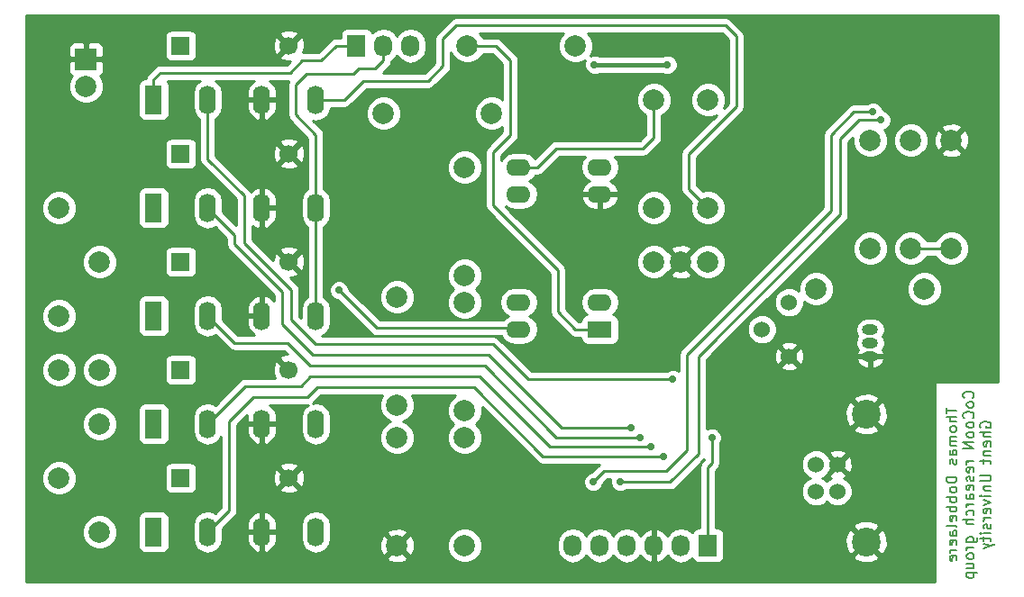
<source format=gbl>
G04 #@! TF.FileFunction,Copper,L2,Bot,Signal*
%FSLAX46Y46*%
G04 Gerber Fmt 4.6, Leading zero omitted, Abs format (unit mm)*
G04 Created by KiCad (PCBNEW 0.201508090901+6074~28~ubuntu14.04.1-product) date Wed 12 Aug 2015 15:55:11 CEST*
%MOMM*%
G01*
G04 APERTURE LIST*
%ADD10C,0.100000*%
%ADD11C,0.200000*%
%ADD12C,1.699260*%
%ADD13R,1.699260X1.699260*%
%ADD14R,2.000000X2.000000*%
%ADD15C,2.000000*%
%ADD16R,1.600000X2.700000*%
%ADD17O,1.600000X2.700000*%
%ADD18R,2.286000X1.574800*%
%ADD19O,2.286000X1.574800*%
%ADD20C,1.524000*%
%ADD21C,2.700020*%
%ADD22R,1.727200X2.032000*%
%ADD23O,1.727200X2.032000*%
%ADD24C,1.998980*%
%ADD25O,1.501140X0.950000*%
%ADD26C,0.700000*%
%ADD27C,0.400000*%
%ADD28C,0.250000*%
%ADD29C,0.254000*%
G04 APERTURE END LIST*
D10*
D11*
X155713381Y-93703094D02*
X155713381Y-94274523D01*
X156713381Y-93988808D02*
X155713381Y-93988808D01*
X156713381Y-94607856D02*
X155713381Y-94607856D01*
X156713381Y-95036428D02*
X156189571Y-95036428D01*
X156094333Y-94988809D01*
X156046714Y-94893571D01*
X156046714Y-94750713D01*
X156094333Y-94655475D01*
X156141952Y-94607856D01*
X156713381Y-95655475D02*
X156665762Y-95560237D01*
X156618143Y-95512618D01*
X156522905Y-95464999D01*
X156237190Y-95464999D01*
X156141952Y-95512618D01*
X156094333Y-95560237D01*
X156046714Y-95655475D01*
X156046714Y-95798333D01*
X156094333Y-95893571D01*
X156141952Y-95941190D01*
X156237190Y-95988809D01*
X156522905Y-95988809D01*
X156618143Y-95941190D01*
X156665762Y-95893571D01*
X156713381Y-95798333D01*
X156713381Y-95655475D01*
X156713381Y-96417380D02*
X156046714Y-96417380D01*
X156141952Y-96417380D02*
X156094333Y-96464999D01*
X156046714Y-96560237D01*
X156046714Y-96703095D01*
X156094333Y-96798333D01*
X156189571Y-96845952D01*
X156713381Y-96845952D01*
X156189571Y-96845952D02*
X156094333Y-96893571D01*
X156046714Y-96988809D01*
X156046714Y-97131666D01*
X156094333Y-97226904D01*
X156189571Y-97274523D01*
X156713381Y-97274523D01*
X156713381Y-98179285D02*
X156189571Y-98179285D01*
X156094333Y-98131666D01*
X156046714Y-98036428D01*
X156046714Y-97845951D01*
X156094333Y-97750713D01*
X156665762Y-98179285D02*
X156713381Y-98084047D01*
X156713381Y-97845951D01*
X156665762Y-97750713D01*
X156570524Y-97703094D01*
X156475286Y-97703094D01*
X156380048Y-97750713D01*
X156332429Y-97845951D01*
X156332429Y-98084047D01*
X156284810Y-98179285D01*
X156665762Y-98607856D02*
X156713381Y-98703094D01*
X156713381Y-98893570D01*
X156665762Y-98988809D01*
X156570524Y-99036428D01*
X156522905Y-99036428D01*
X156427667Y-98988809D01*
X156380048Y-98893570D01*
X156380048Y-98750713D01*
X156332429Y-98655475D01*
X156237190Y-98607856D01*
X156189571Y-98607856D01*
X156094333Y-98655475D01*
X156046714Y-98750713D01*
X156046714Y-98893570D01*
X156094333Y-98988809D01*
X156713381Y-100226904D02*
X155713381Y-100226904D01*
X155713381Y-100464999D01*
X155761000Y-100607857D01*
X155856238Y-100703095D01*
X155951476Y-100750714D01*
X156141952Y-100798333D01*
X156284810Y-100798333D01*
X156475286Y-100750714D01*
X156570524Y-100703095D01*
X156665762Y-100607857D01*
X156713381Y-100464999D01*
X156713381Y-100226904D01*
X156713381Y-101369761D02*
X156665762Y-101274523D01*
X156618143Y-101226904D01*
X156522905Y-101179285D01*
X156237190Y-101179285D01*
X156141952Y-101226904D01*
X156094333Y-101274523D01*
X156046714Y-101369761D01*
X156046714Y-101512619D01*
X156094333Y-101607857D01*
X156141952Y-101655476D01*
X156237190Y-101703095D01*
X156522905Y-101703095D01*
X156618143Y-101655476D01*
X156665762Y-101607857D01*
X156713381Y-101512619D01*
X156713381Y-101369761D01*
X156713381Y-102131666D02*
X155713381Y-102131666D01*
X156094333Y-102131666D02*
X156046714Y-102226904D01*
X156046714Y-102417381D01*
X156094333Y-102512619D01*
X156141952Y-102560238D01*
X156237190Y-102607857D01*
X156522905Y-102607857D01*
X156618143Y-102560238D01*
X156665762Y-102512619D01*
X156713381Y-102417381D01*
X156713381Y-102226904D01*
X156665762Y-102131666D01*
X156713381Y-103036428D02*
X155713381Y-103036428D01*
X156094333Y-103036428D02*
X156046714Y-103131666D01*
X156046714Y-103322143D01*
X156094333Y-103417381D01*
X156141952Y-103465000D01*
X156237190Y-103512619D01*
X156522905Y-103512619D01*
X156618143Y-103465000D01*
X156665762Y-103417381D01*
X156713381Y-103322143D01*
X156713381Y-103131666D01*
X156665762Y-103036428D01*
X156665762Y-104322143D02*
X156713381Y-104226905D01*
X156713381Y-104036428D01*
X156665762Y-103941190D01*
X156570524Y-103893571D01*
X156189571Y-103893571D01*
X156094333Y-103941190D01*
X156046714Y-104036428D01*
X156046714Y-104226905D01*
X156094333Y-104322143D01*
X156189571Y-104369762D01*
X156284810Y-104369762D01*
X156380048Y-103893571D01*
X156713381Y-104941190D02*
X156665762Y-104845952D01*
X156570524Y-104798333D01*
X155713381Y-104798333D01*
X156713381Y-105750715D02*
X156189571Y-105750715D01*
X156094333Y-105703096D01*
X156046714Y-105607858D01*
X156046714Y-105417381D01*
X156094333Y-105322143D01*
X156665762Y-105750715D02*
X156713381Y-105655477D01*
X156713381Y-105417381D01*
X156665762Y-105322143D01*
X156570524Y-105274524D01*
X156475286Y-105274524D01*
X156380048Y-105322143D01*
X156332429Y-105417381D01*
X156332429Y-105655477D01*
X156284810Y-105750715D01*
X156665762Y-106607858D02*
X156713381Y-106512620D01*
X156713381Y-106322143D01*
X156665762Y-106226905D01*
X156570524Y-106179286D01*
X156189571Y-106179286D01*
X156094333Y-106226905D01*
X156046714Y-106322143D01*
X156046714Y-106512620D01*
X156094333Y-106607858D01*
X156189571Y-106655477D01*
X156284810Y-106655477D01*
X156380048Y-106179286D01*
X156713381Y-107084048D02*
X156046714Y-107084048D01*
X156237190Y-107084048D02*
X156141952Y-107131667D01*
X156094333Y-107179286D01*
X156046714Y-107274524D01*
X156046714Y-107369763D01*
X156665762Y-108084049D02*
X156713381Y-107988811D01*
X156713381Y-107798334D01*
X156665762Y-107703096D01*
X156570524Y-107655477D01*
X156189571Y-107655477D01*
X156094333Y-107703096D01*
X156046714Y-107798334D01*
X156046714Y-107988811D01*
X156094333Y-108084049D01*
X156189571Y-108131668D01*
X156284810Y-108131668D01*
X156380048Y-107655477D01*
X158218143Y-92798332D02*
X158265762Y-92750713D01*
X158313381Y-92607856D01*
X158313381Y-92512618D01*
X158265762Y-92369760D01*
X158170524Y-92274522D01*
X158075286Y-92226903D01*
X157884810Y-92179284D01*
X157741952Y-92179284D01*
X157551476Y-92226903D01*
X157456238Y-92274522D01*
X157361000Y-92369760D01*
X157313381Y-92512618D01*
X157313381Y-92607856D01*
X157361000Y-92750713D01*
X157408619Y-92798332D01*
X158313381Y-93369760D02*
X158265762Y-93274522D01*
X158218143Y-93226903D01*
X158122905Y-93179284D01*
X157837190Y-93179284D01*
X157741952Y-93226903D01*
X157694333Y-93274522D01*
X157646714Y-93369760D01*
X157646714Y-93512618D01*
X157694333Y-93607856D01*
X157741952Y-93655475D01*
X157837190Y-93703094D01*
X158122905Y-93703094D01*
X158218143Y-93655475D01*
X158265762Y-93607856D01*
X158313381Y-93512618D01*
X158313381Y-93369760D01*
X158218143Y-94703094D02*
X158265762Y-94655475D01*
X158313381Y-94512618D01*
X158313381Y-94417380D01*
X158265762Y-94274522D01*
X158170524Y-94179284D01*
X158075286Y-94131665D01*
X157884810Y-94084046D01*
X157741952Y-94084046D01*
X157551476Y-94131665D01*
X157456238Y-94179284D01*
X157361000Y-94274522D01*
X157313381Y-94417380D01*
X157313381Y-94512618D01*
X157361000Y-94655475D01*
X157408619Y-94703094D01*
X158313381Y-95274522D02*
X158265762Y-95179284D01*
X158218143Y-95131665D01*
X158122905Y-95084046D01*
X157837190Y-95084046D01*
X157741952Y-95131665D01*
X157694333Y-95179284D01*
X157646714Y-95274522D01*
X157646714Y-95417380D01*
X157694333Y-95512618D01*
X157741952Y-95560237D01*
X157837190Y-95607856D01*
X158122905Y-95607856D01*
X158218143Y-95560237D01*
X158265762Y-95512618D01*
X158313381Y-95417380D01*
X158313381Y-95274522D01*
X158313381Y-96179284D02*
X158265762Y-96084046D01*
X158218143Y-96036427D01*
X158122905Y-95988808D01*
X157837190Y-95988808D01*
X157741952Y-96036427D01*
X157694333Y-96084046D01*
X157646714Y-96179284D01*
X157646714Y-96322142D01*
X157694333Y-96417380D01*
X157741952Y-96464999D01*
X157837190Y-96512618D01*
X158122905Y-96512618D01*
X158218143Y-96464999D01*
X158265762Y-96417380D01*
X158313381Y-96322142D01*
X158313381Y-96179284D01*
X158313381Y-96941189D02*
X157313381Y-96941189D01*
X158313381Y-97512618D01*
X157313381Y-97512618D01*
X158313381Y-98750713D02*
X157646714Y-98750713D01*
X157837190Y-98750713D02*
X157741952Y-98798332D01*
X157694333Y-98845951D01*
X157646714Y-98941189D01*
X157646714Y-99036428D01*
X158265762Y-99750714D02*
X158313381Y-99655476D01*
X158313381Y-99464999D01*
X158265762Y-99369761D01*
X158170524Y-99322142D01*
X157789571Y-99322142D01*
X157694333Y-99369761D01*
X157646714Y-99464999D01*
X157646714Y-99655476D01*
X157694333Y-99750714D01*
X157789571Y-99798333D01*
X157884810Y-99798333D01*
X157980048Y-99322142D01*
X158265762Y-100179285D02*
X158313381Y-100274523D01*
X158313381Y-100464999D01*
X158265762Y-100560238D01*
X158170524Y-100607857D01*
X158122905Y-100607857D01*
X158027667Y-100560238D01*
X157980048Y-100464999D01*
X157980048Y-100322142D01*
X157932429Y-100226904D01*
X157837190Y-100179285D01*
X157789571Y-100179285D01*
X157694333Y-100226904D01*
X157646714Y-100322142D01*
X157646714Y-100464999D01*
X157694333Y-100560238D01*
X158265762Y-101417381D02*
X158313381Y-101322143D01*
X158313381Y-101131666D01*
X158265762Y-101036428D01*
X158170524Y-100988809D01*
X157789571Y-100988809D01*
X157694333Y-101036428D01*
X157646714Y-101131666D01*
X157646714Y-101322143D01*
X157694333Y-101417381D01*
X157789571Y-101465000D01*
X157884810Y-101465000D01*
X157980048Y-100988809D01*
X158313381Y-102322143D02*
X157789571Y-102322143D01*
X157694333Y-102274524D01*
X157646714Y-102179286D01*
X157646714Y-101988809D01*
X157694333Y-101893571D01*
X158265762Y-102322143D02*
X158313381Y-102226905D01*
X158313381Y-101988809D01*
X158265762Y-101893571D01*
X158170524Y-101845952D01*
X158075286Y-101845952D01*
X157980048Y-101893571D01*
X157932429Y-101988809D01*
X157932429Y-102226905D01*
X157884810Y-102322143D01*
X158313381Y-102798333D02*
X157646714Y-102798333D01*
X157837190Y-102798333D02*
X157741952Y-102845952D01*
X157694333Y-102893571D01*
X157646714Y-102988809D01*
X157646714Y-103084048D01*
X158265762Y-103845953D02*
X158313381Y-103750715D01*
X158313381Y-103560238D01*
X158265762Y-103465000D01*
X158218143Y-103417381D01*
X158122905Y-103369762D01*
X157837190Y-103369762D01*
X157741952Y-103417381D01*
X157694333Y-103465000D01*
X157646714Y-103560238D01*
X157646714Y-103750715D01*
X157694333Y-103845953D01*
X158313381Y-104274524D02*
X157313381Y-104274524D01*
X158313381Y-104703096D02*
X157789571Y-104703096D01*
X157694333Y-104655477D01*
X157646714Y-104560239D01*
X157646714Y-104417381D01*
X157694333Y-104322143D01*
X157741952Y-104274524D01*
X157646714Y-106369763D02*
X158456238Y-106369763D01*
X158551476Y-106322144D01*
X158599095Y-106274525D01*
X158646714Y-106179286D01*
X158646714Y-106036429D01*
X158599095Y-105941191D01*
X158265762Y-106369763D02*
X158313381Y-106274525D01*
X158313381Y-106084048D01*
X158265762Y-105988810D01*
X158218143Y-105941191D01*
X158122905Y-105893572D01*
X157837190Y-105893572D01*
X157741952Y-105941191D01*
X157694333Y-105988810D01*
X157646714Y-106084048D01*
X157646714Y-106274525D01*
X157694333Y-106369763D01*
X158313381Y-106845953D02*
X157646714Y-106845953D01*
X157837190Y-106845953D02*
X157741952Y-106893572D01*
X157694333Y-106941191D01*
X157646714Y-107036429D01*
X157646714Y-107131668D01*
X158313381Y-107607858D02*
X158265762Y-107512620D01*
X158218143Y-107465001D01*
X158122905Y-107417382D01*
X157837190Y-107417382D01*
X157741952Y-107465001D01*
X157694333Y-107512620D01*
X157646714Y-107607858D01*
X157646714Y-107750716D01*
X157694333Y-107845954D01*
X157741952Y-107893573D01*
X157837190Y-107941192D01*
X158122905Y-107941192D01*
X158218143Y-107893573D01*
X158265762Y-107845954D01*
X158313381Y-107750716D01*
X158313381Y-107607858D01*
X157646714Y-108798335D02*
X158313381Y-108798335D01*
X157646714Y-108369763D02*
X158170524Y-108369763D01*
X158265762Y-108417382D01*
X158313381Y-108512620D01*
X158313381Y-108655478D01*
X158265762Y-108750716D01*
X158218143Y-108798335D01*
X157646714Y-109274525D02*
X158646714Y-109274525D01*
X157694333Y-109274525D02*
X157646714Y-109369763D01*
X157646714Y-109560240D01*
X157694333Y-109655478D01*
X157741952Y-109703097D01*
X157837190Y-109750716D01*
X158122905Y-109750716D01*
X158218143Y-109703097D01*
X158265762Y-109655478D01*
X158313381Y-109560240D01*
X158313381Y-109369763D01*
X158265762Y-109274525D01*
X158961000Y-95584047D02*
X158913381Y-95488809D01*
X158913381Y-95345952D01*
X158961000Y-95203094D01*
X159056238Y-95107856D01*
X159151476Y-95060237D01*
X159341952Y-95012618D01*
X159484810Y-95012618D01*
X159675286Y-95060237D01*
X159770524Y-95107856D01*
X159865762Y-95203094D01*
X159913381Y-95345952D01*
X159913381Y-95441190D01*
X159865762Y-95584047D01*
X159818143Y-95631666D01*
X159484810Y-95631666D01*
X159484810Y-95441190D01*
X159913381Y-96060237D02*
X158913381Y-96060237D01*
X159913381Y-96488809D02*
X159389571Y-96488809D01*
X159294333Y-96441190D01*
X159246714Y-96345952D01*
X159246714Y-96203094D01*
X159294333Y-96107856D01*
X159341952Y-96060237D01*
X159865762Y-97345952D02*
X159913381Y-97250714D01*
X159913381Y-97060237D01*
X159865762Y-96964999D01*
X159770524Y-96917380D01*
X159389571Y-96917380D01*
X159294333Y-96964999D01*
X159246714Y-97060237D01*
X159246714Y-97250714D01*
X159294333Y-97345952D01*
X159389571Y-97393571D01*
X159484810Y-97393571D01*
X159580048Y-96917380D01*
X159246714Y-97822142D02*
X159913381Y-97822142D01*
X159341952Y-97822142D02*
X159294333Y-97869761D01*
X159246714Y-97964999D01*
X159246714Y-98107857D01*
X159294333Y-98203095D01*
X159389571Y-98250714D01*
X159913381Y-98250714D01*
X159246714Y-98584047D02*
X159246714Y-98964999D01*
X158913381Y-98726904D02*
X159770524Y-98726904D01*
X159865762Y-98774523D01*
X159913381Y-98869761D01*
X159913381Y-98964999D01*
X158913381Y-100060238D02*
X159722905Y-100060238D01*
X159818143Y-100107857D01*
X159865762Y-100155476D01*
X159913381Y-100250714D01*
X159913381Y-100441191D01*
X159865762Y-100536429D01*
X159818143Y-100584048D01*
X159722905Y-100631667D01*
X158913381Y-100631667D01*
X159246714Y-101107857D02*
X159913381Y-101107857D01*
X159341952Y-101107857D02*
X159294333Y-101155476D01*
X159246714Y-101250714D01*
X159246714Y-101393572D01*
X159294333Y-101488810D01*
X159389571Y-101536429D01*
X159913381Y-101536429D01*
X159913381Y-102012619D02*
X159246714Y-102012619D01*
X158913381Y-102012619D02*
X158961000Y-101965000D01*
X159008619Y-102012619D01*
X158961000Y-102060238D01*
X158913381Y-102012619D01*
X159008619Y-102012619D01*
X159246714Y-102393571D02*
X159913381Y-102631666D01*
X159246714Y-102869762D01*
X159865762Y-103631667D02*
X159913381Y-103536429D01*
X159913381Y-103345952D01*
X159865762Y-103250714D01*
X159770524Y-103203095D01*
X159389571Y-103203095D01*
X159294333Y-103250714D01*
X159246714Y-103345952D01*
X159246714Y-103536429D01*
X159294333Y-103631667D01*
X159389571Y-103679286D01*
X159484810Y-103679286D01*
X159580048Y-103203095D01*
X159913381Y-104107857D02*
X159246714Y-104107857D01*
X159437190Y-104107857D02*
X159341952Y-104155476D01*
X159294333Y-104203095D01*
X159246714Y-104298333D01*
X159246714Y-104393572D01*
X159865762Y-104679286D02*
X159913381Y-104774524D01*
X159913381Y-104965000D01*
X159865762Y-105060239D01*
X159770524Y-105107858D01*
X159722905Y-105107858D01*
X159627667Y-105060239D01*
X159580048Y-104965000D01*
X159580048Y-104822143D01*
X159532429Y-104726905D01*
X159437190Y-104679286D01*
X159389571Y-104679286D01*
X159294333Y-104726905D01*
X159246714Y-104822143D01*
X159246714Y-104965000D01*
X159294333Y-105060239D01*
X159913381Y-105536429D02*
X159246714Y-105536429D01*
X158913381Y-105536429D02*
X158961000Y-105488810D01*
X159008619Y-105536429D01*
X158961000Y-105584048D01*
X158913381Y-105536429D01*
X159008619Y-105536429D01*
X159246714Y-105869762D02*
X159246714Y-106250714D01*
X158913381Y-106012619D02*
X159770524Y-106012619D01*
X159865762Y-106060238D01*
X159913381Y-106155476D01*
X159913381Y-106250714D01*
X159246714Y-106488810D02*
X159913381Y-106726905D01*
X159246714Y-106965001D02*
X159913381Y-106726905D01*
X160151476Y-106631667D01*
X160199095Y-106584048D01*
X160246714Y-106488810D01*
D12*
X93980520Y-59687460D03*
D13*
X83820520Y-59687460D03*
D14*
X74930000Y-60960000D03*
D15*
X74930000Y-63500000D03*
X133350000Y-80010000D03*
X130810000Y-80010000D03*
X128270000Y-80010000D03*
D12*
X93980520Y-69847460D03*
D13*
X83820520Y-69847460D03*
D12*
X93980520Y-80007460D03*
D13*
X83820520Y-80007460D03*
D12*
X93980520Y-90167460D03*
D13*
X83820520Y-90167460D03*
D12*
X93980520Y-100327460D03*
D13*
X83820520Y-100327460D03*
D16*
X81280000Y-64770000D03*
D17*
X86360000Y-64770000D03*
X91440000Y-64770000D03*
X96520000Y-64770000D03*
D18*
X123190000Y-86360000D03*
D19*
X123190000Y-83820000D03*
X123190000Y-73660000D03*
X123190000Y-71120000D03*
X115570000Y-71120000D03*
X115570000Y-73660000D03*
X115570000Y-83820000D03*
X115570000Y-86360000D03*
D16*
X81280000Y-74930000D03*
D17*
X86360000Y-74930000D03*
X91440000Y-74930000D03*
X96520000Y-74930000D03*
D16*
X81280000Y-85090000D03*
D17*
X86360000Y-85090000D03*
X91440000Y-85090000D03*
X96520000Y-85090000D03*
D16*
X81280000Y-95250000D03*
D17*
X86360000Y-95250000D03*
X91440000Y-95250000D03*
X96520000Y-95250000D03*
D16*
X81280000Y-105410000D03*
D17*
X86360000Y-105410000D03*
X91440000Y-105410000D03*
X96520000Y-105410000D03*
D20*
X143510000Y-101600000D03*
X143510000Y-99060000D03*
X145508980Y-99060000D03*
X145508980Y-101600000D03*
D21*
X148209000Y-106329480D03*
X148209000Y-94330520D03*
D22*
X100330000Y-59690000D03*
D23*
X102870000Y-59690000D03*
X105410000Y-59690000D03*
D22*
X133350000Y-106680000D03*
D23*
X130810000Y-106680000D03*
X128270000Y-106680000D03*
X125730000Y-106680000D03*
X123190000Y-106680000D03*
X120650000Y-106680000D03*
D24*
X143510000Y-82550000D03*
X153670000Y-82550000D03*
D20*
X138430000Y-86360000D03*
X140970000Y-83820000D03*
X140970000Y-88900000D03*
D24*
X148590000Y-78740000D03*
X148590000Y-68580000D03*
X152400000Y-78740000D03*
X152400000Y-68580000D03*
X156210000Y-68580000D03*
X156210000Y-78740000D03*
X133350000Y-74930000D03*
X133350000Y-64770000D03*
X128270000Y-64770000D03*
X128270000Y-74930000D03*
X113030000Y-66040000D03*
X102870000Y-66040000D03*
X110490000Y-96520000D03*
X110490000Y-106680000D03*
X110490000Y-83820000D03*
X110490000Y-93980000D03*
X104140000Y-93472000D03*
X104140000Y-83312000D03*
X110490000Y-81280000D03*
X110490000Y-71120000D03*
X104140000Y-96520000D03*
X104140000Y-106680000D03*
X120904000Y-59690000D03*
X110744000Y-59690000D03*
X72390000Y-74930000D03*
X72390000Y-85090000D03*
X76200000Y-80010000D03*
X76200000Y-90170000D03*
X72390000Y-100330000D03*
X72390000Y-90170000D03*
X76200000Y-105410000D03*
X76200000Y-95250000D03*
D25*
X148590000Y-87630000D03*
X148590000Y-88900000D03*
X148590000Y-86360000D03*
D26*
X141605000Y-75565000D03*
X121285000Y-89789000D03*
X116332000Y-67945000D03*
X129540000Y-61468000D03*
X122682000Y-61468000D03*
X130048000Y-91059000D03*
X126111000Y-95631000D03*
X127000000Y-96520000D03*
X128016000Y-97409000D03*
X129159000Y-98298000D03*
X98679000Y-82677000D03*
X133731000Y-96520000D03*
X149606000Y-66675000D03*
X125095000Y-100711000D03*
X148844000Y-65913000D03*
X122555000Y-100711000D03*
D27*
X122682000Y-61468000D02*
X129540000Y-61468000D01*
D28*
X133350000Y-74930000D02*
X131572000Y-73152000D01*
X99187000Y-64770000D02*
X96520000Y-64770000D01*
X100965000Y-62992000D02*
X99187000Y-64770000D01*
X107061000Y-62992000D02*
X100965000Y-62992000D01*
X108458000Y-61595000D02*
X107061000Y-62992000D01*
X108458000Y-59055000D02*
X108458000Y-61595000D01*
X109728000Y-57785000D02*
X108458000Y-59055000D01*
X135001000Y-57785000D02*
X109728000Y-57785000D01*
X136017000Y-58801000D02*
X135001000Y-57785000D01*
X136017000Y-65405000D02*
X136017000Y-58801000D01*
X131572000Y-69850000D02*
X136017000Y-65405000D01*
X131572000Y-73152000D02*
X131572000Y-69850000D01*
X86360000Y-64770000D02*
X86360000Y-70358000D01*
X116459000Y-91059000D02*
X130048000Y-91059000D01*
X113157000Y-87757000D02*
X116459000Y-91059000D01*
X96520000Y-87757000D02*
X113157000Y-87757000D01*
X94234000Y-85471000D02*
X96520000Y-87757000D01*
X94234000Y-82677000D02*
X94234000Y-85471000D01*
X89789000Y-78232000D02*
X94234000Y-82677000D01*
X89789000Y-73787000D02*
X89789000Y-78232000D01*
X86360000Y-70358000D02*
X89789000Y-73787000D01*
X126111000Y-95631000D02*
X119634000Y-95631000D01*
X86360000Y-74930000D02*
X88900000Y-77470000D01*
X88900000Y-78359000D02*
X88900000Y-77470000D01*
X93345000Y-82804000D02*
X88900000Y-78359000D01*
X93345000Y-85852000D02*
X93345000Y-82804000D01*
X96266000Y-88773000D02*
X93345000Y-85852000D01*
X112776000Y-88773000D02*
X96266000Y-88773000D01*
X119634000Y-95631000D02*
X112776000Y-88773000D01*
X86360000Y-85090000D02*
X88900000Y-87630000D01*
X119126000Y-96520000D02*
X127000000Y-96520000D01*
X112395000Y-89789000D02*
X119126000Y-96520000D01*
X96012000Y-89789000D02*
X112395000Y-89789000D01*
X93853000Y-87630000D02*
X96012000Y-89789000D01*
X88900000Y-87630000D02*
X93853000Y-87630000D01*
X128016000Y-97409000D02*
X118491000Y-97409000D01*
X89916000Y-91694000D02*
X95123000Y-91694000D01*
X95123000Y-91694000D02*
X96012000Y-90805000D01*
X96012000Y-90805000D02*
X111887000Y-90805000D01*
X89916000Y-91694000D02*
X86360000Y-95250000D01*
X118491000Y-97409000D02*
X111887000Y-90805000D01*
X129159000Y-98298000D02*
X117856000Y-98298000D01*
X86360000Y-105410000D02*
X88392000Y-103378000D01*
X96647000Y-91821000D02*
X111379000Y-91821000D01*
X95758000Y-92710000D02*
X96647000Y-91821000D01*
X90678000Y-92710000D02*
X95758000Y-92710000D01*
X88392000Y-94996000D02*
X90678000Y-92710000D01*
X88392000Y-103378000D02*
X88392000Y-94996000D01*
X117856000Y-98298000D02*
X111379000Y-91821000D01*
X81280000Y-64770000D02*
X81280000Y-62865000D01*
X98425000Y-59690000D02*
X100330000Y-59690000D01*
X97028000Y-61087000D02*
X98425000Y-59690000D01*
X95250000Y-61087000D02*
X97028000Y-61087000D01*
X94107000Y-62230000D02*
X95250000Y-61087000D01*
X81915000Y-62230000D02*
X94107000Y-62230000D01*
X81280000Y-62865000D02*
X81915000Y-62230000D01*
X110744000Y-59690000D02*
X113411000Y-59690000D01*
X119253000Y-84709000D02*
X120904000Y-86360000D01*
X119253000Y-80772000D02*
X119253000Y-84709000D01*
X113157000Y-74676000D02*
X119253000Y-80772000D01*
X113157000Y-69723000D02*
X113157000Y-74676000D01*
X114808000Y-68072000D02*
X113157000Y-69723000D01*
X114808000Y-61087000D02*
X114808000Y-68072000D01*
X113411000Y-59690000D02*
X114808000Y-61087000D01*
X120904000Y-86360000D02*
X123190000Y-86360000D01*
X115570000Y-71120000D02*
X117348000Y-71120000D01*
X128270000Y-68326000D02*
X128270000Y-64770000D01*
X127254000Y-69342000D02*
X128270000Y-68326000D01*
X119126000Y-69342000D02*
X127254000Y-69342000D01*
X117348000Y-71120000D02*
X119126000Y-69342000D01*
X115570000Y-86360000D02*
X114554000Y-86360000D01*
X114554000Y-86360000D02*
X114427000Y-86233000D01*
X102235000Y-86233000D02*
X98679000Y-82677000D01*
X114427000Y-86233000D02*
X102235000Y-86233000D01*
X96520000Y-74930000D02*
X96520000Y-68072000D01*
X102870000Y-61087000D02*
X102108000Y-61849000D01*
X102108000Y-61849000D02*
X100584000Y-61849000D01*
X100584000Y-61849000D02*
X100076000Y-62357000D01*
X100076000Y-62357000D02*
X95631000Y-62357000D01*
X95631000Y-62357000D02*
X94615000Y-63373000D01*
X94615000Y-63373000D02*
X94615000Y-66167000D01*
X94615000Y-66167000D02*
X96520000Y-68072000D01*
X102870000Y-61087000D02*
X102870000Y-59690000D01*
X96520000Y-85090000D02*
X96520000Y-74930000D01*
X133350000Y-106680000D02*
X133350000Y-99314000D01*
X133731000Y-98933000D02*
X133731000Y-96520000D01*
X133350000Y-99314000D02*
X133731000Y-98933000D01*
X152400000Y-78740000D02*
X156210000Y-78740000D01*
X147574000Y-66675000D02*
X149606000Y-66675000D01*
X145796000Y-68453000D02*
X147574000Y-66675000D01*
X145796000Y-75565000D02*
X145796000Y-68453000D01*
X132461000Y-88900000D02*
X145796000Y-75565000D01*
X132461000Y-98044000D02*
X132461000Y-88900000D01*
X129794000Y-100711000D02*
X132461000Y-98044000D01*
X125095000Y-100711000D02*
X129794000Y-100711000D01*
X147066000Y-65913000D02*
X148844000Y-65913000D01*
X144907000Y-68072000D02*
X147066000Y-65913000D01*
X144907000Y-75184000D02*
X144907000Y-68072000D01*
X131381500Y-88709500D02*
X144907000Y-75184000D01*
X131381500Y-97726500D02*
X131381500Y-88709500D01*
X129413000Y-99695000D02*
X131381500Y-97726500D01*
X123571000Y-99695000D02*
X129413000Y-99695000D01*
X122555000Y-100711000D02*
X123571000Y-99695000D01*
D29*
G36*
X160605000Y-91253808D02*
X154626000Y-91253808D01*
X154626000Y-110059000D01*
X69265000Y-110059000D01*
X69265000Y-107832163D01*
X103167443Y-107832163D01*
X103266042Y-108098965D01*
X103875582Y-108325401D01*
X104525377Y-108301341D01*
X105013958Y-108098965D01*
X105112557Y-107832163D01*
X104140000Y-106859605D01*
X103167443Y-107832163D01*
X69265000Y-107832163D01*
X69265000Y-105733694D01*
X74565226Y-105733694D01*
X74813538Y-106334655D01*
X75272927Y-106794846D01*
X75873453Y-107044206D01*
X76523694Y-107044774D01*
X77124655Y-106796462D01*
X77584846Y-106337073D01*
X77834206Y-105736547D01*
X77834774Y-105086306D01*
X77586462Y-104485345D01*
X77161859Y-104060000D01*
X79832560Y-104060000D01*
X79832560Y-106760000D01*
X79876838Y-106995317D01*
X80015910Y-107211441D01*
X80228110Y-107356431D01*
X80480000Y-107407440D01*
X82080000Y-107407440D01*
X82315317Y-107363162D01*
X82531441Y-107224090D01*
X82676431Y-107011890D01*
X82727440Y-106760000D01*
X82727440Y-104060000D01*
X82683162Y-103824683D01*
X82544090Y-103608559D01*
X82331890Y-103463569D01*
X82080000Y-103412560D01*
X80480000Y-103412560D01*
X80244683Y-103456838D01*
X80028559Y-103595910D01*
X79883569Y-103808110D01*
X79832560Y-104060000D01*
X77161859Y-104060000D01*
X77127073Y-104025154D01*
X76526547Y-103775794D01*
X75876306Y-103775226D01*
X75275345Y-104023538D01*
X74815154Y-104482927D01*
X74565794Y-105083453D01*
X74565226Y-105733694D01*
X69265000Y-105733694D01*
X69265000Y-100653694D01*
X70755226Y-100653694D01*
X71003538Y-101254655D01*
X71462927Y-101714846D01*
X72063453Y-101964206D01*
X72713694Y-101964774D01*
X73314655Y-101716462D01*
X73774846Y-101257073D01*
X74024206Y-100656547D01*
X74024774Y-100006306D01*
X73806413Y-99477830D01*
X82323450Y-99477830D01*
X82323450Y-101177090D01*
X82367728Y-101412407D01*
X82506800Y-101628531D01*
X82719000Y-101773521D01*
X82970890Y-101824530D01*
X84670150Y-101824530D01*
X84905467Y-101780252D01*
X85121591Y-101641180D01*
X85266581Y-101428980D01*
X85317590Y-101177090D01*
X85317590Y-99477830D01*
X85273312Y-99242513D01*
X85134240Y-99026389D01*
X84922040Y-98881399D01*
X84670150Y-98830390D01*
X82970890Y-98830390D01*
X82735573Y-98874668D01*
X82519449Y-99013740D01*
X82374459Y-99225940D01*
X82323450Y-99477830D01*
X73806413Y-99477830D01*
X73776462Y-99405345D01*
X73317073Y-98945154D01*
X72716547Y-98695794D01*
X72066306Y-98695226D01*
X71465345Y-98943538D01*
X71005154Y-99402927D01*
X70755794Y-100003453D01*
X70755226Y-100653694D01*
X69265000Y-100653694D01*
X69265000Y-95573694D01*
X74565226Y-95573694D01*
X74813538Y-96174655D01*
X75272927Y-96634846D01*
X75873453Y-96884206D01*
X76523694Y-96884774D01*
X77124655Y-96636462D01*
X77584846Y-96177073D01*
X77834206Y-95576547D01*
X77834774Y-94926306D01*
X77586462Y-94325345D01*
X77161859Y-93900000D01*
X79832560Y-93900000D01*
X79832560Y-96600000D01*
X79876838Y-96835317D01*
X80015910Y-97051441D01*
X80228110Y-97196431D01*
X80480000Y-97247440D01*
X82080000Y-97247440D01*
X82315317Y-97203162D01*
X82531441Y-97064090D01*
X82676431Y-96851890D01*
X82727440Y-96600000D01*
X82727440Y-93900000D01*
X82683162Y-93664683D01*
X82544090Y-93448559D01*
X82331890Y-93303569D01*
X82080000Y-93252560D01*
X80480000Y-93252560D01*
X80244683Y-93296838D01*
X80028559Y-93435910D01*
X79883569Y-93648110D01*
X79832560Y-93900000D01*
X77161859Y-93900000D01*
X77127073Y-93865154D01*
X76526547Y-93615794D01*
X75876306Y-93615226D01*
X75275345Y-93863538D01*
X74815154Y-94322927D01*
X74565794Y-94923453D01*
X74565226Y-95573694D01*
X69265000Y-95573694D01*
X69265000Y-90493694D01*
X70755226Y-90493694D01*
X71003538Y-91094655D01*
X71462927Y-91554846D01*
X72063453Y-91804206D01*
X72713694Y-91804774D01*
X73314655Y-91556462D01*
X73774846Y-91097073D01*
X74024206Y-90496547D01*
X74024208Y-90493694D01*
X74565226Y-90493694D01*
X74813538Y-91094655D01*
X75272927Y-91554846D01*
X75873453Y-91804206D01*
X76523694Y-91804774D01*
X77124655Y-91556462D01*
X77584846Y-91097073D01*
X77834206Y-90496547D01*
X77834774Y-89846306D01*
X77616413Y-89317830D01*
X82323450Y-89317830D01*
X82323450Y-91017090D01*
X82367728Y-91252407D01*
X82506800Y-91468531D01*
X82719000Y-91613521D01*
X82970890Y-91664530D01*
X84670150Y-91664530D01*
X84905467Y-91620252D01*
X85121591Y-91481180D01*
X85266581Y-91268980D01*
X85317590Y-91017090D01*
X85317590Y-89317830D01*
X85273312Y-89082513D01*
X85134240Y-88866389D01*
X84922040Y-88721399D01*
X84670150Y-88670390D01*
X82970890Y-88670390D01*
X82735573Y-88714668D01*
X82519449Y-88853740D01*
X82374459Y-89065940D01*
X82323450Y-89317830D01*
X77616413Y-89317830D01*
X77586462Y-89245345D01*
X77127073Y-88785154D01*
X76526547Y-88535794D01*
X75876306Y-88535226D01*
X75275345Y-88783538D01*
X74815154Y-89242927D01*
X74565794Y-89843453D01*
X74565226Y-90493694D01*
X74024208Y-90493694D01*
X74024774Y-89846306D01*
X73776462Y-89245345D01*
X73317073Y-88785154D01*
X72716547Y-88535794D01*
X72066306Y-88535226D01*
X71465345Y-88783538D01*
X71005154Y-89242927D01*
X70755794Y-89843453D01*
X70755226Y-90493694D01*
X69265000Y-90493694D01*
X69265000Y-85413694D01*
X70755226Y-85413694D01*
X71003538Y-86014655D01*
X71462927Y-86474846D01*
X72063453Y-86724206D01*
X72713694Y-86724774D01*
X73314655Y-86476462D01*
X73774846Y-86017073D01*
X74024206Y-85416547D01*
X74024774Y-84766306D01*
X73776462Y-84165345D01*
X73351859Y-83740000D01*
X79832560Y-83740000D01*
X79832560Y-86440000D01*
X79876838Y-86675317D01*
X80015910Y-86891441D01*
X80228110Y-87036431D01*
X80480000Y-87087440D01*
X82080000Y-87087440D01*
X82315317Y-87043162D01*
X82531441Y-86904090D01*
X82676431Y-86691890D01*
X82727440Y-86440000D01*
X82727440Y-83740000D01*
X82683162Y-83504683D01*
X82544090Y-83288559D01*
X82331890Y-83143569D01*
X82080000Y-83092560D01*
X80480000Y-83092560D01*
X80244683Y-83136838D01*
X80028559Y-83275910D01*
X79883569Y-83488110D01*
X79832560Y-83740000D01*
X73351859Y-83740000D01*
X73317073Y-83705154D01*
X72716547Y-83455794D01*
X72066306Y-83455226D01*
X71465345Y-83703538D01*
X71005154Y-84162927D01*
X70755794Y-84763453D01*
X70755226Y-85413694D01*
X69265000Y-85413694D01*
X69265000Y-80333694D01*
X74565226Y-80333694D01*
X74813538Y-80934655D01*
X75272927Y-81394846D01*
X75873453Y-81644206D01*
X76523694Y-81644774D01*
X77124655Y-81396462D01*
X77584846Y-80937073D01*
X77834206Y-80336547D01*
X77834774Y-79686306D01*
X77616413Y-79157830D01*
X82323450Y-79157830D01*
X82323450Y-80857090D01*
X82367728Y-81092407D01*
X82506800Y-81308531D01*
X82719000Y-81453521D01*
X82970890Y-81504530D01*
X84670150Y-81504530D01*
X84905467Y-81460252D01*
X85121591Y-81321180D01*
X85266581Y-81108980D01*
X85317590Y-80857090D01*
X85317590Y-79157830D01*
X85273312Y-78922513D01*
X85134240Y-78706389D01*
X84922040Y-78561399D01*
X84670150Y-78510390D01*
X82970890Y-78510390D01*
X82735573Y-78554668D01*
X82519449Y-78693740D01*
X82374459Y-78905940D01*
X82323450Y-79157830D01*
X77616413Y-79157830D01*
X77586462Y-79085345D01*
X77127073Y-78625154D01*
X76526547Y-78375794D01*
X75876306Y-78375226D01*
X75275345Y-78623538D01*
X74815154Y-79082927D01*
X74565794Y-79683453D01*
X74565226Y-80333694D01*
X69265000Y-80333694D01*
X69265000Y-75253694D01*
X70755226Y-75253694D01*
X71003538Y-75854655D01*
X71462927Y-76314846D01*
X72063453Y-76564206D01*
X72713694Y-76564774D01*
X73314655Y-76316462D01*
X73774846Y-75857073D01*
X74024206Y-75256547D01*
X74024774Y-74606306D01*
X73776462Y-74005345D01*
X73351859Y-73580000D01*
X79832560Y-73580000D01*
X79832560Y-76280000D01*
X79876838Y-76515317D01*
X80015910Y-76731441D01*
X80228110Y-76876431D01*
X80480000Y-76927440D01*
X82080000Y-76927440D01*
X82315317Y-76883162D01*
X82531441Y-76744090D01*
X82676431Y-76531890D01*
X82727440Y-76280000D01*
X82727440Y-73580000D01*
X82683162Y-73344683D01*
X82544090Y-73128559D01*
X82331890Y-72983569D01*
X82080000Y-72932560D01*
X80480000Y-72932560D01*
X80244683Y-72976838D01*
X80028559Y-73115910D01*
X79883569Y-73328110D01*
X79832560Y-73580000D01*
X73351859Y-73580000D01*
X73317073Y-73545154D01*
X72716547Y-73295794D01*
X72066306Y-73295226D01*
X71465345Y-73543538D01*
X71005154Y-74002927D01*
X70755794Y-74603453D01*
X70755226Y-75253694D01*
X69265000Y-75253694D01*
X69265000Y-68997830D01*
X82323450Y-68997830D01*
X82323450Y-70697090D01*
X82367728Y-70932407D01*
X82506800Y-71148531D01*
X82719000Y-71293521D01*
X82970890Y-71344530D01*
X84670150Y-71344530D01*
X84905467Y-71300252D01*
X85121591Y-71161180D01*
X85266581Y-70948980D01*
X85317590Y-70697090D01*
X85317590Y-68997830D01*
X85273312Y-68762513D01*
X85134240Y-68546389D01*
X84922040Y-68401399D01*
X84670150Y-68350390D01*
X82970890Y-68350390D01*
X82735573Y-68394668D01*
X82519449Y-68533740D01*
X82374459Y-68745940D01*
X82323450Y-68997830D01*
X69265000Y-68997830D01*
X69265000Y-63823795D01*
X73294716Y-63823795D01*
X73543106Y-64424943D01*
X74002637Y-64885278D01*
X74603352Y-65134716D01*
X75253795Y-65135284D01*
X75854943Y-64886894D01*
X76315278Y-64427363D01*
X76564716Y-63826648D01*
X76565071Y-63420000D01*
X79832560Y-63420000D01*
X79832560Y-66120000D01*
X79876838Y-66355317D01*
X80015910Y-66571441D01*
X80228110Y-66716431D01*
X80480000Y-66767440D01*
X82080000Y-66767440D01*
X82315317Y-66723162D01*
X82531441Y-66584090D01*
X82676431Y-66371890D01*
X82727440Y-66120000D01*
X82727440Y-63420000D01*
X82683162Y-63184683D01*
X82557887Y-62990000D01*
X85609324Y-62990000D01*
X85345302Y-63166414D01*
X85034233Y-63631961D01*
X84925000Y-64181112D01*
X84925000Y-65358888D01*
X85034233Y-65908039D01*
X85345302Y-66373586D01*
X85600000Y-66543770D01*
X85600000Y-70358000D01*
X85657852Y-70648839D01*
X85822599Y-70895401D01*
X89029000Y-74101802D01*
X89029000Y-76524198D01*
X87795000Y-75290198D01*
X87795000Y-74341112D01*
X87685767Y-73791961D01*
X87374698Y-73326414D01*
X86909151Y-73015345D01*
X86360000Y-72906112D01*
X85810849Y-73015345D01*
X85345302Y-73326414D01*
X85034233Y-73791961D01*
X84925000Y-74341112D01*
X84925000Y-75518888D01*
X85034233Y-76068039D01*
X85345302Y-76533586D01*
X85810849Y-76844655D01*
X86360000Y-76953888D01*
X86909151Y-76844655D01*
X87083414Y-76728216D01*
X88140000Y-77784802D01*
X88140000Y-78359000D01*
X88197852Y-78649839D01*
X88362599Y-78896401D01*
X92585000Y-83118802D01*
X92585000Y-83709180D01*
X92364896Y-83435500D01*
X91871819Y-83165633D01*
X91789039Y-83148096D01*
X91567000Y-83270085D01*
X91567000Y-84963000D01*
X91587000Y-84963000D01*
X91587000Y-85217000D01*
X91567000Y-85217000D01*
X91567000Y-85237000D01*
X91313000Y-85237000D01*
X91313000Y-85217000D01*
X90005000Y-85217000D01*
X90005000Y-85767000D01*
X90162834Y-86306483D01*
X90515104Y-86744500D01*
X90744406Y-86870000D01*
X89214802Y-86870000D01*
X87795000Y-85450198D01*
X87795000Y-84501112D01*
X87777474Y-84413000D01*
X90005000Y-84413000D01*
X90005000Y-84963000D01*
X91313000Y-84963000D01*
X91313000Y-83270085D01*
X91090961Y-83148096D01*
X91008181Y-83165633D01*
X90515104Y-83435500D01*
X90162834Y-83873517D01*
X90005000Y-84413000D01*
X87777474Y-84413000D01*
X87685767Y-83951961D01*
X87374698Y-83486414D01*
X86909151Y-83175345D01*
X86360000Y-83066112D01*
X85810849Y-83175345D01*
X85345302Y-83486414D01*
X85034233Y-83951961D01*
X84925000Y-84501112D01*
X84925000Y-85678888D01*
X85034233Y-86228039D01*
X85345302Y-86693586D01*
X85810849Y-87004655D01*
X86360000Y-87113888D01*
X86909151Y-87004655D01*
X87083414Y-86888216D01*
X88362599Y-88167401D01*
X88609160Y-88332148D01*
X88657414Y-88341746D01*
X88900000Y-88390000D01*
X93538198Y-88390000D01*
X93836009Y-88687811D01*
X93619121Y-88697519D01*
X93196662Y-88872507D01*
X93116435Y-89123770D01*
X93980520Y-89987855D01*
X93994663Y-89973713D01*
X94174268Y-90153318D01*
X94160125Y-90167460D01*
X94174268Y-90181603D01*
X93994663Y-90361208D01*
X93980520Y-90347065D01*
X93966378Y-90361208D01*
X93786773Y-90181603D01*
X93800915Y-90167460D01*
X92936830Y-89303375D01*
X92685567Y-89383602D01*
X92484170Y-89938827D01*
X92510579Y-90528859D01*
X92678394Y-90934000D01*
X89916000Y-90934000D01*
X89673414Y-90982254D01*
X89625160Y-90991852D01*
X89378599Y-91156599D01*
X87083414Y-93451784D01*
X86909151Y-93335345D01*
X86360000Y-93226112D01*
X85810849Y-93335345D01*
X85345302Y-93646414D01*
X85034233Y-94111961D01*
X84925000Y-94661112D01*
X84925000Y-95838888D01*
X85034233Y-96388039D01*
X85345302Y-96853586D01*
X85810849Y-97164655D01*
X86360000Y-97273888D01*
X86909151Y-97164655D01*
X87374698Y-96853586D01*
X87632000Y-96468507D01*
X87632000Y-103063198D01*
X87083414Y-103611784D01*
X86909151Y-103495345D01*
X86360000Y-103386112D01*
X85810849Y-103495345D01*
X85345302Y-103806414D01*
X85034233Y-104271961D01*
X84925000Y-104821112D01*
X84925000Y-105998888D01*
X85034233Y-106548039D01*
X85345302Y-107013586D01*
X85810849Y-107324655D01*
X86360000Y-107433888D01*
X86909151Y-107324655D01*
X87374698Y-107013586D01*
X87685767Y-106548039D01*
X87795000Y-105998888D01*
X87795000Y-105537000D01*
X90005000Y-105537000D01*
X90005000Y-106087000D01*
X90162834Y-106626483D01*
X90515104Y-107064500D01*
X91008181Y-107334367D01*
X91090961Y-107351904D01*
X91313000Y-107229915D01*
X91313000Y-105537000D01*
X91567000Y-105537000D01*
X91567000Y-107229915D01*
X91789039Y-107351904D01*
X91871819Y-107334367D01*
X92364896Y-107064500D01*
X92717166Y-106626483D01*
X92875000Y-106087000D01*
X92875000Y-105537000D01*
X91567000Y-105537000D01*
X91313000Y-105537000D01*
X90005000Y-105537000D01*
X87795000Y-105537000D01*
X87795000Y-105049802D01*
X88111802Y-104733000D01*
X90005000Y-104733000D01*
X90005000Y-105283000D01*
X91313000Y-105283000D01*
X91313000Y-103590085D01*
X91567000Y-103590085D01*
X91567000Y-105283000D01*
X92875000Y-105283000D01*
X92875000Y-104821112D01*
X95085000Y-104821112D01*
X95085000Y-105998888D01*
X95194233Y-106548039D01*
X95505302Y-107013586D01*
X95970849Y-107324655D01*
X96520000Y-107433888D01*
X97069151Y-107324655D01*
X97534698Y-107013586D01*
X97845767Y-106548039D01*
X97872114Y-106415582D01*
X102494599Y-106415582D01*
X102518659Y-107065377D01*
X102721035Y-107553958D01*
X102987837Y-107652557D01*
X103960395Y-106680000D01*
X104319605Y-106680000D01*
X105292163Y-107652557D01*
X105558965Y-107553958D01*
X105763380Y-107003694D01*
X108855226Y-107003694D01*
X109103538Y-107604655D01*
X109562927Y-108064846D01*
X110163453Y-108314206D01*
X110813694Y-108314774D01*
X111414655Y-108066462D01*
X111874846Y-107607073D01*
X112124206Y-107006547D01*
X112124652Y-106495255D01*
X119151400Y-106495255D01*
X119151400Y-106864745D01*
X119265474Y-107438234D01*
X119590330Y-107924415D01*
X120076511Y-108249271D01*
X120650000Y-108363345D01*
X121223489Y-108249271D01*
X121709670Y-107924415D01*
X121920000Y-107609634D01*
X122130330Y-107924415D01*
X122616511Y-108249271D01*
X123190000Y-108363345D01*
X123763489Y-108249271D01*
X124249670Y-107924415D01*
X124460000Y-107609634D01*
X124670330Y-107924415D01*
X125156511Y-108249271D01*
X125730000Y-108363345D01*
X126303489Y-108249271D01*
X126789670Y-107924415D01*
X126996461Y-107614931D01*
X127367964Y-108030732D01*
X127895209Y-108284709D01*
X127910974Y-108287358D01*
X128143000Y-108166217D01*
X128143000Y-106807000D01*
X128123000Y-106807000D01*
X128123000Y-106553000D01*
X128143000Y-106553000D01*
X128143000Y-105193783D01*
X127910974Y-105072642D01*
X127895209Y-105075291D01*
X127367964Y-105329268D01*
X126996461Y-105745069D01*
X126789670Y-105435585D01*
X126303489Y-105110729D01*
X125730000Y-104996655D01*
X125156511Y-105110729D01*
X124670330Y-105435585D01*
X124460000Y-105750366D01*
X124249670Y-105435585D01*
X123763489Y-105110729D01*
X123190000Y-104996655D01*
X122616511Y-105110729D01*
X122130330Y-105435585D01*
X121920000Y-105750366D01*
X121709670Y-105435585D01*
X121223489Y-105110729D01*
X120650000Y-104996655D01*
X120076511Y-105110729D01*
X119590330Y-105435585D01*
X119265474Y-105921766D01*
X119151400Y-106495255D01*
X112124652Y-106495255D01*
X112124774Y-106356306D01*
X111876462Y-105755345D01*
X111417073Y-105295154D01*
X110816547Y-105045794D01*
X110166306Y-105045226D01*
X109565345Y-105293538D01*
X109105154Y-105752927D01*
X108855794Y-106353453D01*
X108855226Y-107003694D01*
X105763380Y-107003694D01*
X105785401Y-106944418D01*
X105761341Y-106294623D01*
X105558965Y-105806042D01*
X105292163Y-105707443D01*
X104319605Y-106680000D01*
X103960395Y-106680000D01*
X102987837Y-105707443D01*
X102721035Y-105806042D01*
X102494599Y-106415582D01*
X97872114Y-106415582D01*
X97955000Y-105998888D01*
X97955000Y-105527837D01*
X103167443Y-105527837D01*
X104140000Y-106500395D01*
X105112557Y-105527837D01*
X105013958Y-105261035D01*
X104404418Y-105034599D01*
X103754623Y-105058659D01*
X103266042Y-105261035D01*
X103167443Y-105527837D01*
X97955000Y-105527837D01*
X97955000Y-104821112D01*
X97845767Y-104271961D01*
X97534698Y-103806414D01*
X97069151Y-103495345D01*
X96520000Y-103386112D01*
X95970849Y-103495345D01*
X95505302Y-103806414D01*
X95194233Y-104271961D01*
X95085000Y-104821112D01*
X92875000Y-104821112D01*
X92875000Y-104733000D01*
X92717166Y-104193517D01*
X92364896Y-103755500D01*
X91871819Y-103485633D01*
X91789039Y-103468096D01*
X91567000Y-103590085D01*
X91313000Y-103590085D01*
X91090961Y-103468096D01*
X91008181Y-103485633D01*
X90515104Y-103755500D01*
X90162834Y-104193517D01*
X90005000Y-104733000D01*
X88111802Y-104733000D01*
X88929401Y-103915401D01*
X89094148Y-103668839D01*
X89152000Y-103378000D01*
X89152000Y-101371150D01*
X93116435Y-101371150D01*
X93196662Y-101622413D01*
X93751887Y-101823810D01*
X94341919Y-101797401D01*
X94764378Y-101622413D01*
X94844605Y-101371150D01*
X93980520Y-100507065D01*
X93116435Y-101371150D01*
X89152000Y-101371150D01*
X89152000Y-100098827D01*
X92484170Y-100098827D01*
X92510579Y-100688859D01*
X92685567Y-101111318D01*
X92936830Y-101191545D01*
X93800915Y-100327460D01*
X94160125Y-100327460D01*
X95024210Y-101191545D01*
X95275473Y-101111318D01*
X95476870Y-100556093D01*
X95450461Y-99966061D01*
X95275473Y-99543602D01*
X95024210Y-99463375D01*
X94160125Y-100327460D01*
X93800915Y-100327460D01*
X92936830Y-99463375D01*
X92685567Y-99543602D01*
X92484170Y-100098827D01*
X89152000Y-100098827D01*
X89152000Y-99283770D01*
X93116435Y-99283770D01*
X93980520Y-100147855D01*
X94844605Y-99283770D01*
X94764378Y-99032507D01*
X94209153Y-98831110D01*
X93619121Y-98857519D01*
X93196662Y-99032507D01*
X93116435Y-99283770D01*
X89152000Y-99283770D01*
X89152000Y-95377000D01*
X90005000Y-95377000D01*
X90005000Y-95927000D01*
X90162834Y-96466483D01*
X90515104Y-96904500D01*
X91008181Y-97174367D01*
X91090961Y-97191904D01*
X91313000Y-97069915D01*
X91313000Y-95377000D01*
X91567000Y-95377000D01*
X91567000Y-97069915D01*
X91789039Y-97191904D01*
X91871819Y-97174367D01*
X92364896Y-96904500D01*
X92717166Y-96466483D01*
X92875000Y-95927000D01*
X92875000Y-95377000D01*
X91567000Y-95377000D01*
X91313000Y-95377000D01*
X90005000Y-95377000D01*
X89152000Y-95377000D01*
X89152000Y-95310802D01*
X90052641Y-94410161D01*
X90005000Y-94573000D01*
X90005000Y-95123000D01*
X91313000Y-95123000D01*
X91313000Y-95103000D01*
X91567000Y-95103000D01*
X91567000Y-95123000D01*
X92875000Y-95123000D01*
X92875000Y-94573000D01*
X92717166Y-94033517D01*
X92364896Y-93595500D01*
X92135594Y-93470000D01*
X95758000Y-93470000D01*
X95774124Y-93466793D01*
X95505302Y-93646414D01*
X95194233Y-94111961D01*
X95085000Y-94661112D01*
X95085000Y-95838888D01*
X95194233Y-96388039D01*
X95505302Y-96853586D01*
X95970849Y-97164655D01*
X96520000Y-97273888D01*
X97069151Y-97164655D01*
X97534698Y-96853586D01*
X97845767Y-96388039D01*
X97955000Y-95838888D01*
X97955000Y-94661112D01*
X97845767Y-94111961D01*
X97534698Y-93646414D01*
X97069151Y-93335345D01*
X96520000Y-93226112D01*
X96245564Y-93280701D01*
X96295401Y-93247401D01*
X96961802Y-92581000D01*
X102740175Y-92581000D01*
X102505794Y-93145453D01*
X102505226Y-93795694D01*
X102753538Y-94396655D01*
X103212927Y-94856846D01*
X103548130Y-94996034D01*
X103215345Y-95133538D01*
X102755154Y-95592927D01*
X102505794Y-96193453D01*
X102505226Y-96843694D01*
X102753538Y-97444655D01*
X103212927Y-97904846D01*
X103813453Y-98154206D01*
X104463694Y-98154774D01*
X105064655Y-97906462D01*
X105524846Y-97447073D01*
X105774206Y-96846547D01*
X105774774Y-96196306D01*
X105526462Y-95595345D01*
X105067073Y-95135154D01*
X104731870Y-94995966D01*
X105064655Y-94858462D01*
X105524846Y-94399073D01*
X105774206Y-93798547D01*
X105774774Y-93148306D01*
X105540368Y-92581000D01*
X109595689Y-92581000D01*
X109565345Y-92593538D01*
X109105154Y-93052927D01*
X108855794Y-93653453D01*
X108855226Y-94303694D01*
X109103538Y-94904655D01*
X109448480Y-95250199D01*
X109105154Y-95592927D01*
X108855794Y-96193453D01*
X108855226Y-96843694D01*
X109103538Y-97444655D01*
X109562927Y-97904846D01*
X110163453Y-98154206D01*
X110813694Y-98154774D01*
X111414655Y-97906462D01*
X111874846Y-97447073D01*
X112124206Y-96846547D01*
X112124774Y-96196306D01*
X111876462Y-95595345D01*
X111531520Y-95249801D01*
X111874846Y-94907073D01*
X112124206Y-94306547D01*
X112124774Y-93656306D01*
X112114402Y-93631204D01*
X117318599Y-98835401D01*
X117565160Y-99000148D01*
X117856000Y-99058000D01*
X123182660Y-99058000D01*
X123033599Y-99157599D01*
X122415320Y-99775878D01*
X122369833Y-99775838D01*
X122026057Y-99917883D01*
X121762808Y-100180673D01*
X121620162Y-100524201D01*
X121619838Y-100896167D01*
X121761883Y-101239943D01*
X122024673Y-101503192D01*
X122368201Y-101645838D01*
X122740167Y-101646162D01*
X123083943Y-101504117D01*
X123347192Y-101241327D01*
X123489838Y-100897799D01*
X123489879Y-100850923D01*
X123885802Y-100455000D01*
X124188897Y-100455000D01*
X124160162Y-100524201D01*
X124159838Y-100896167D01*
X124301883Y-101239943D01*
X124564673Y-101503192D01*
X124908201Y-101645838D01*
X125280167Y-101646162D01*
X125623943Y-101504117D01*
X125657118Y-101471000D01*
X129794000Y-101471000D01*
X130084839Y-101413148D01*
X130331401Y-101248401D01*
X132971000Y-98608802D01*
X132971000Y-98618198D01*
X132812599Y-98776599D01*
X132647852Y-99023161D01*
X132590000Y-99314000D01*
X132590000Y-105016560D01*
X132486400Y-105016560D01*
X132251083Y-105060838D01*
X132034959Y-105199910D01*
X131889969Y-105412110D01*
X131881600Y-105453439D01*
X131869670Y-105435585D01*
X131383489Y-105110729D01*
X130810000Y-104996655D01*
X130236511Y-105110729D01*
X129750330Y-105435585D01*
X129543539Y-105745069D01*
X129172036Y-105329268D01*
X128644791Y-105075291D01*
X128629026Y-105072642D01*
X128397000Y-105193783D01*
X128397000Y-106553000D01*
X128417000Y-106553000D01*
X128417000Y-106807000D01*
X128397000Y-106807000D01*
X128397000Y-108166217D01*
X128629026Y-108287358D01*
X128644791Y-108284709D01*
X129172036Y-108030732D01*
X129543539Y-107614931D01*
X129750330Y-107924415D01*
X130236511Y-108249271D01*
X130810000Y-108363345D01*
X131383489Y-108249271D01*
X131869670Y-107924415D01*
X131879243Y-107910087D01*
X131883238Y-107931317D01*
X132022310Y-108147441D01*
X132234510Y-108292431D01*
X132486400Y-108343440D01*
X134213600Y-108343440D01*
X134448917Y-108299162D01*
X134665041Y-108160090D01*
X134810031Y-107947890D01*
X134853125Y-107735081D01*
X146983004Y-107735081D01*
X147124472Y-108038270D01*
X147860952Y-108323227D01*
X148650420Y-108304654D01*
X149293528Y-108038270D01*
X149434996Y-107735081D01*
X148209000Y-106509085D01*
X146983004Y-107735081D01*
X134853125Y-107735081D01*
X134861040Y-107696000D01*
X134861040Y-105981432D01*
X146215253Y-105981432D01*
X146233826Y-106770900D01*
X146500210Y-107414008D01*
X146803399Y-107555476D01*
X148029395Y-106329480D01*
X148388605Y-106329480D01*
X149614601Y-107555476D01*
X149917790Y-107414008D01*
X150202747Y-106677528D01*
X150184174Y-105888060D01*
X149917790Y-105244952D01*
X149614601Y-105103484D01*
X148388605Y-106329480D01*
X148029395Y-106329480D01*
X146803399Y-105103484D01*
X146500210Y-105244952D01*
X146215253Y-105981432D01*
X134861040Y-105981432D01*
X134861040Y-105664000D01*
X134816762Y-105428683D01*
X134677690Y-105212559D01*
X134465490Y-105067569D01*
X134213600Y-105016560D01*
X134110000Y-105016560D01*
X134110000Y-104923879D01*
X146983004Y-104923879D01*
X148209000Y-106149875D01*
X149434996Y-104923879D01*
X149293528Y-104620690D01*
X148557048Y-104335733D01*
X147767580Y-104354306D01*
X147124472Y-104620690D01*
X146983004Y-104923879D01*
X134110000Y-104923879D01*
X134110000Y-99628802D01*
X134268401Y-99470401D01*
X134357763Y-99336661D01*
X142112758Y-99336661D01*
X142324990Y-99850303D01*
X142717630Y-100243629D01*
X142925512Y-100329949D01*
X142719697Y-100414990D01*
X142326371Y-100807630D01*
X142113243Y-101320900D01*
X142112758Y-101876661D01*
X142324990Y-102390303D01*
X142717630Y-102783629D01*
X143230900Y-102996757D01*
X143786661Y-102997242D01*
X144300303Y-102785010D01*
X144509510Y-102576168D01*
X144716610Y-102783629D01*
X145229880Y-102996757D01*
X145785641Y-102997242D01*
X146299283Y-102785010D01*
X146692609Y-102392370D01*
X146905737Y-101879100D01*
X146906222Y-101323339D01*
X146693990Y-100809697D01*
X146301350Y-100416371D01*
X146109253Y-100336605D01*
X146240123Y-100282397D01*
X146309588Y-100040213D01*
X145508980Y-99239605D01*
X144708372Y-100040213D01*
X144777837Y-100282397D01*
X144918298Y-100332509D01*
X144718677Y-100414990D01*
X144509470Y-100623832D01*
X144302370Y-100416371D01*
X144094488Y-100330051D01*
X144300303Y-100245010D01*
X144693629Y-99852370D01*
X144804846Y-99584529D01*
X145329375Y-99060000D01*
X145688585Y-99060000D01*
X146489193Y-99860608D01*
X146731377Y-99791143D01*
X146918124Y-99267698D01*
X146890342Y-98712632D01*
X146731377Y-98328857D01*
X146489193Y-98259392D01*
X145688585Y-99060000D01*
X145329375Y-99060000D01*
X144804811Y-98535436D01*
X144695010Y-98269697D01*
X144505432Y-98079787D01*
X144708372Y-98079787D01*
X145508980Y-98880395D01*
X146309588Y-98079787D01*
X146240123Y-97837603D01*
X145716678Y-97650856D01*
X145161612Y-97678638D01*
X144777837Y-97837603D01*
X144708372Y-98079787D01*
X144505432Y-98079787D01*
X144302370Y-97876371D01*
X143789100Y-97663243D01*
X143233339Y-97662758D01*
X142719697Y-97874990D01*
X142326371Y-98267630D01*
X142113243Y-98780900D01*
X142112758Y-99336661D01*
X134357763Y-99336661D01*
X134433148Y-99223840D01*
X134491000Y-98933000D01*
X134491000Y-97082463D01*
X134523192Y-97050327D01*
X134665838Y-96706799D01*
X134666162Y-96334833D01*
X134524117Y-95991057D01*
X134269626Y-95736121D01*
X146983004Y-95736121D01*
X147124472Y-96039310D01*
X147860952Y-96324267D01*
X148650420Y-96305694D01*
X149293528Y-96039310D01*
X149434996Y-95736121D01*
X148209000Y-94510125D01*
X146983004Y-95736121D01*
X134269626Y-95736121D01*
X134261327Y-95727808D01*
X133917799Y-95585162D01*
X133545833Y-95584838D01*
X133221000Y-95719056D01*
X133221000Y-93982472D01*
X146215253Y-93982472D01*
X146233826Y-94771940D01*
X146500210Y-95415048D01*
X146803399Y-95556516D01*
X148029395Y-94330520D01*
X148388605Y-94330520D01*
X149614601Y-95556516D01*
X149917790Y-95415048D01*
X150202747Y-94678568D01*
X150184174Y-93889100D01*
X149917790Y-93245992D01*
X149614601Y-93104524D01*
X148388605Y-94330520D01*
X148029395Y-94330520D01*
X146803399Y-93104524D01*
X146500210Y-93245992D01*
X146215253Y-93982472D01*
X133221000Y-93982472D01*
X133221000Y-92924919D01*
X146983004Y-92924919D01*
X148209000Y-94150915D01*
X149434996Y-92924919D01*
X149293528Y-92621730D01*
X148557048Y-92336773D01*
X147767580Y-92355346D01*
X147124472Y-92621730D01*
X146983004Y-92924919D01*
X133221000Y-92924919D01*
X133221000Y-89880213D01*
X140169392Y-89880213D01*
X140238857Y-90122397D01*
X140762302Y-90309144D01*
X141317368Y-90281362D01*
X141701143Y-90122397D01*
X141770608Y-89880213D01*
X140970000Y-89079605D01*
X140169392Y-89880213D01*
X133221000Y-89880213D01*
X133221000Y-89214802D01*
X133743500Y-88692302D01*
X139560856Y-88692302D01*
X139588638Y-89247368D01*
X139747603Y-89631143D01*
X139989787Y-89700608D01*
X140790395Y-88900000D01*
X141149605Y-88900000D01*
X141950213Y-89700608D01*
X142192397Y-89631143D01*
X142348377Y-89193935D01*
X147245019Y-89193935D01*
X147432294Y-89577111D01*
X147756627Y-89853420D01*
X148162010Y-89984580D01*
X148463000Y-89984580D01*
X148463000Y-89027000D01*
X148717000Y-89027000D01*
X148717000Y-89984580D01*
X149017990Y-89984580D01*
X149423373Y-89853420D01*
X149747706Y-89577111D01*
X149934981Y-89193935D01*
X149808068Y-89027000D01*
X148717000Y-89027000D01*
X148463000Y-89027000D01*
X147371932Y-89027000D01*
X147245019Y-89193935D01*
X142348377Y-89193935D01*
X142379144Y-89107698D01*
X142351362Y-88552632D01*
X142192397Y-88168857D01*
X141950213Y-88099392D01*
X141149605Y-88900000D01*
X140790395Y-88900000D01*
X139989787Y-88099392D01*
X139747603Y-88168857D01*
X139560856Y-88692302D01*
X133743500Y-88692302D01*
X134516015Y-87919787D01*
X140169392Y-87919787D01*
X140970000Y-88720395D01*
X141770608Y-87919787D01*
X141701143Y-87677603D01*
X141177698Y-87490856D01*
X140622632Y-87518638D01*
X140238857Y-87677603D01*
X140169392Y-87919787D01*
X134516015Y-87919787D01*
X135799141Y-86636661D01*
X137032758Y-86636661D01*
X137244990Y-87150303D01*
X137637630Y-87543629D01*
X138150900Y-87756757D01*
X138706661Y-87757242D01*
X139220303Y-87545010D01*
X139613629Y-87152370D01*
X139826757Y-86639100D01*
X139827000Y-86360000D01*
X147177285Y-86360000D01*
X147259844Y-86775051D01*
X147406809Y-86995000D01*
X147259844Y-87214949D01*
X147177285Y-87630000D01*
X147259844Y-88045051D01*
X147409641Y-88269238D01*
X147245019Y-88606065D01*
X147371932Y-88773000D01*
X148463000Y-88773000D01*
X148463000Y-88753000D01*
X148717000Y-88753000D01*
X148717000Y-88773000D01*
X149808068Y-88773000D01*
X149934981Y-88606065D01*
X149770359Y-88269238D01*
X149920156Y-88045051D01*
X150002715Y-87630000D01*
X149920156Y-87214949D01*
X149773191Y-86995000D01*
X149920156Y-86775051D01*
X150002715Y-86360000D01*
X149920156Y-85944949D01*
X149685049Y-85593086D01*
X149333186Y-85357979D01*
X148918135Y-85275420D01*
X148261865Y-85275420D01*
X147846814Y-85357979D01*
X147494951Y-85593086D01*
X147259844Y-85944949D01*
X147177285Y-86360000D01*
X139827000Y-86360000D01*
X139827242Y-86083339D01*
X139615010Y-85569697D01*
X139222370Y-85176371D01*
X138709100Y-84963243D01*
X138153339Y-84962758D01*
X137639697Y-85174990D01*
X137246371Y-85567630D01*
X137033243Y-86080900D01*
X137032758Y-86636661D01*
X135799141Y-86636661D01*
X138339141Y-84096661D01*
X139572758Y-84096661D01*
X139784990Y-84610303D01*
X140177630Y-85003629D01*
X140690900Y-85216757D01*
X141246661Y-85217242D01*
X141760303Y-85005010D01*
X142153629Y-84612370D01*
X142366757Y-84099100D01*
X142367089Y-83718631D01*
X142582927Y-83934846D01*
X143183453Y-84184206D01*
X143833694Y-84184774D01*
X144434655Y-83936462D01*
X144894846Y-83477073D01*
X145144206Y-82876547D01*
X145144208Y-82873694D01*
X152035226Y-82873694D01*
X152283538Y-83474655D01*
X152742927Y-83934846D01*
X153343453Y-84184206D01*
X153993694Y-84184774D01*
X154594655Y-83936462D01*
X155054846Y-83477073D01*
X155304206Y-82876547D01*
X155304774Y-82226306D01*
X155056462Y-81625345D01*
X154597073Y-81165154D01*
X153996547Y-80915794D01*
X153346306Y-80915226D01*
X152745345Y-81163538D01*
X152285154Y-81622927D01*
X152035794Y-82223453D01*
X152035226Y-82873694D01*
X145144208Y-82873694D01*
X145144774Y-82226306D01*
X144896462Y-81625345D01*
X144437073Y-81165154D01*
X143836547Y-80915794D01*
X143186306Y-80915226D01*
X142585345Y-81163538D01*
X142125154Y-81622927D01*
X141875794Y-82223453D01*
X141875334Y-82749533D01*
X141762370Y-82636371D01*
X141249100Y-82423243D01*
X140693339Y-82422758D01*
X140179697Y-82634990D01*
X139786371Y-83027630D01*
X139573243Y-83540900D01*
X139572758Y-84096661D01*
X138339141Y-84096661D01*
X143372108Y-79063694D01*
X146955226Y-79063694D01*
X147203538Y-79664655D01*
X147662927Y-80124846D01*
X148263453Y-80374206D01*
X148913694Y-80374774D01*
X149514655Y-80126462D01*
X149974846Y-79667073D01*
X150224206Y-79066547D01*
X150224208Y-79063694D01*
X150765226Y-79063694D01*
X151013538Y-79664655D01*
X151472927Y-80124846D01*
X152073453Y-80374206D01*
X152723694Y-80374774D01*
X153324655Y-80126462D01*
X153784846Y-79667073D01*
X153854221Y-79500000D01*
X154755504Y-79500000D01*
X154823538Y-79664655D01*
X155282927Y-80124846D01*
X155883453Y-80374206D01*
X156533694Y-80374774D01*
X157134655Y-80126462D01*
X157594846Y-79667073D01*
X157844206Y-79066547D01*
X157844774Y-78416306D01*
X157596462Y-77815345D01*
X157137073Y-77355154D01*
X156536547Y-77105794D01*
X155886306Y-77105226D01*
X155285345Y-77353538D01*
X154825154Y-77812927D01*
X154755779Y-77980000D01*
X153854496Y-77980000D01*
X153786462Y-77815345D01*
X153327073Y-77355154D01*
X152726547Y-77105794D01*
X152076306Y-77105226D01*
X151475345Y-77353538D01*
X151015154Y-77812927D01*
X150765794Y-78413453D01*
X150765226Y-79063694D01*
X150224208Y-79063694D01*
X150224774Y-78416306D01*
X149976462Y-77815345D01*
X149517073Y-77355154D01*
X148916547Y-77105794D01*
X148266306Y-77105226D01*
X147665345Y-77353538D01*
X147205154Y-77812927D01*
X146955794Y-78413453D01*
X146955226Y-79063694D01*
X143372108Y-79063694D01*
X146333401Y-76102401D01*
X146498148Y-75855839D01*
X146556000Y-75565000D01*
X146556000Y-68767802D01*
X146955694Y-68368108D01*
X146955226Y-68903694D01*
X147203538Y-69504655D01*
X147662927Y-69964846D01*
X148263453Y-70214206D01*
X148913694Y-70214774D01*
X149514655Y-69966462D01*
X149974846Y-69507073D01*
X150224206Y-68906547D01*
X150224208Y-68903694D01*
X150765226Y-68903694D01*
X151013538Y-69504655D01*
X151472927Y-69964846D01*
X152073453Y-70214206D01*
X152723694Y-70214774D01*
X153324655Y-69966462D01*
X153559363Y-69732163D01*
X155237443Y-69732163D01*
X155336042Y-69998965D01*
X155945582Y-70225401D01*
X156595377Y-70201341D01*
X157083958Y-69998965D01*
X157182557Y-69732163D01*
X156210000Y-68759605D01*
X155237443Y-69732163D01*
X153559363Y-69732163D01*
X153784846Y-69507073D01*
X154034206Y-68906547D01*
X154034722Y-68315582D01*
X154564599Y-68315582D01*
X154588659Y-68965377D01*
X154791035Y-69453958D01*
X155057837Y-69552557D01*
X156030395Y-68580000D01*
X156389605Y-68580000D01*
X157362163Y-69552557D01*
X157628965Y-69453958D01*
X157855401Y-68844418D01*
X157831341Y-68194623D01*
X157628965Y-67706042D01*
X157362163Y-67607443D01*
X156389605Y-68580000D01*
X156030395Y-68580000D01*
X155057837Y-67607443D01*
X154791035Y-67706042D01*
X154564599Y-68315582D01*
X154034722Y-68315582D01*
X154034774Y-68256306D01*
X153786462Y-67655345D01*
X153559351Y-67427837D01*
X155237443Y-67427837D01*
X156210000Y-68400395D01*
X157182557Y-67427837D01*
X157083958Y-67161035D01*
X156474418Y-66934599D01*
X155824623Y-66958659D01*
X155336042Y-67161035D01*
X155237443Y-67427837D01*
X153559351Y-67427837D01*
X153327073Y-67195154D01*
X152726547Y-66945794D01*
X152076306Y-66945226D01*
X151475345Y-67193538D01*
X151015154Y-67652927D01*
X150765794Y-68253453D01*
X150765226Y-68903694D01*
X150224208Y-68903694D01*
X150224774Y-68256306D01*
X149976462Y-67655345D01*
X149890419Y-67569152D01*
X150134943Y-67468117D01*
X150398192Y-67205327D01*
X150540838Y-66861799D01*
X150541162Y-66489833D01*
X150399117Y-66146057D01*
X150136327Y-65882808D01*
X149792799Y-65740162D01*
X149779151Y-65740150D01*
X149779162Y-65727833D01*
X149637117Y-65384057D01*
X149374327Y-65120808D01*
X149030799Y-64978162D01*
X148658833Y-64977838D01*
X148315057Y-65119883D01*
X148281882Y-65153000D01*
X147066000Y-65153000D01*
X146775161Y-65210852D01*
X146528599Y-65375599D01*
X144369599Y-67534599D01*
X144204852Y-67781161D01*
X144147000Y-68072000D01*
X144147000Y-74869198D01*
X130844099Y-88172099D01*
X130679352Y-88418661D01*
X130621500Y-88709500D01*
X130621500Y-90310056D01*
X130578327Y-90266808D01*
X130234799Y-90124162D01*
X129862833Y-90123838D01*
X129519057Y-90265883D01*
X129485882Y-90299000D01*
X116773802Y-90299000D01*
X113694401Y-87219599D01*
X113447839Y-87054852D01*
X113157000Y-86997000D01*
X97080608Y-86997000D01*
X97534698Y-86693586D01*
X97845767Y-86228039D01*
X97955000Y-85678888D01*
X97955000Y-84501112D01*
X97845767Y-83951961D01*
X97534698Y-83486414D01*
X97280000Y-83316230D01*
X97280000Y-82862167D01*
X97743838Y-82862167D01*
X97885883Y-83205943D01*
X98148673Y-83469192D01*
X98492201Y-83611838D01*
X98539077Y-83611879D01*
X101697599Y-86770401D01*
X101944160Y-86935148D01*
X101992414Y-86944746D01*
X102235000Y-86993000D01*
X113924689Y-86993000D01*
X114173778Y-87365789D01*
X114635238Y-87674126D01*
X115179567Y-87782400D01*
X115960433Y-87782400D01*
X116504762Y-87674126D01*
X116966222Y-87365789D01*
X117274559Y-86904329D01*
X117382833Y-86360000D01*
X117274559Y-85815671D01*
X116966222Y-85354211D01*
X116570801Y-85090000D01*
X116966222Y-84825789D01*
X117274559Y-84364329D01*
X117382833Y-83820000D01*
X117274559Y-83275671D01*
X116966222Y-82814211D01*
X116504762Y-82505874D01*
X115960433Y-82397600D01*
X115179567Y-82397600D01*
X114635238Y-82505874D01*
X114173778Y-82814211D01*
X113865441Y-83275671D01*
X113757167Y-83820000D01*
X113865441Y-84364329D01*
X114173778Y-84825789D01*
X114569199Y-85090000D01*
X114173778Y-85354211D01*
X114094406Y-85473000D01*
X102549802Y-85473000D01*
X100712496Y-83635694D01*
X102505226Y-83635694D01*
X102753538Y-84236655D01*
X103212927Y-84696846D01*
X103813453Y-84946206D01*
X104463694Y-84946774D01*
X105064655Y-84698462D01*
X105524846Y-84239073D01*
X105774206Y-83638547D01*
X105774774Y-82988306D01*
X105526462Y-82387345D01*
X105067073Y-81927154D01*
X104466547Y-81677794D01*
X103816306Y-81677226D01*
X103215345Y-81925538D01*
X102755154Y-82384927D01*
X102505794Y-82985453D01*
X102505226Y-83635694D01*
X100712496Y-83635694D01*
X99614122Y-82537320D01*
X99614162Y-82491833D01*
X99472117Y-82148057D01*
X99209327Y-81884808D01*
X98865799Y-81742162D01*
X98493833Y-81741838D01*
X98150057Y-81883883D01*
X97886808Y-82146673D01*
X97744162Y-82490201D01*
X97743838Y-82862167D01*
X97280000Y-82862167D01*
X97280000Y-81603694D01*
X108855226Y-81603694D01*
X109103538Y-82204655D01*
X109448480Y-82550199D01*
X109105154Y-82892927D01*
X108855794Y-83493453D01*
X108855226Y-84143694D01*
X109103538Y-84744655D01*
X109562927Y-85204846D01*
X110163453Y-85454206D01*
X110813694Y-85454774D01*
X111414655Y-85206462D01*
X111874846Y-84747073D01*
X112124206Y-84146547D01*
X112124774Y-83496306D01*
X111876462Y-82895345D01*
X111531520Y-82549801D01*
X111874846Y-82207073D01*
X112124206Y-81606547D01*
X112124774Y-80956306D01*
X111876462Y-80355345D01*
X111417073Y-79895154D01*
X110816547Y-79645794D01*
X110166306Y-79645226D01*
X109565345Y-79893538D01*
X109105154Y-80352927D01*
X108855794Y-80953453D01*
X108855226Y-81603694D01*
X97280000Y-81603694D01*
X97280000Y-76703770D01*
X97534698Y-76533586D01*
X97845767Y-76068039D01*
X97955000Y-75518888D01*
X97955000Y-74341112D01*
X97845767Y-73791961D01*
X97534698Y-73326414D01*
X97280000Y-73156230D01*
X97280000Y-71443694D01*
X108855226Y-71443694D01*
X109103538Y-72044655D01*
X109562927Y-72504846D01*
X110163453Y-72754206D01*
X110813694Y-72754774D01*
X111414655Y-72506462D01*
X111874846Y-72047073D01*
X112124206Y-71446547D01*
X112124774Y-70796306D01*
X111876462Y-70195345D01*
X111417073Y-69735154D01*
X110816547Y-69485794D01*
X110166306Y-69485226D01*
X109565345Y-69733538D01*
X109105154Y-70192927D01*
X108855794Y-70793453D01*
X108855226Y-71443694D01*
X97280000Y-71443694D01*
X97280000Y-68072000D01*
X97222148Y-67781161D01*
X97057401Y-67534599D01*
X96266207Y-66743405D01*
X96520000Y-66793888D01*
X97069151Y-66684655D01*
X97534698Y-66373586D01*
X97541307Y-66363694D01*
X101235226Y-66363694D01*
X101483538Y-66964655D01*
X101942927Y-67424846D01*
X102543453Y-67674206D01*
X103193694Y-67674774D01*
X103794655Y-67426462D01*
X104254846Y-66967073D01*
X104504206Y-66366547D01*
X104504774Y-65716306D01*
X104256462Y-65115345D01*
X103797073Y-64655154D01*
X103196547Y-64405794D01*
X102546306Y-64405226D01*
X101945345Y-64653538D01*
X101485154Y-65112927D01*
X101235794Y-65713453D01*
X101235226Y-66363694D01*
X97541307Y-66363694D01*
X97845767Y-65908039D01*
X97920964Y-65530000D01*
X99187000Y-65530000D01*
X99477839Y-65472148D01*
X99724401Y-65307401D01*
X101279802Y-63752000D01*
X107061000Y-63752000D01*
X107351839Y-63694148D01*
X107598401Y-63529401D01*
X108995401Y-62132401D01*
X109160148Y-61885840D01*
X109218000Y-61595000D01*
X109218000Y-60276947D01*
X109357538Y-60614655D01*
X109816927Y-61074846D01*
X110417453Y-61324206D01*
X111067694Y-61324774D01*
X111668655Y-61076462D01*
X112128846Y-60617073D01*
X112198221Y-60450000D01*
X113096198Y-60450000D01*
X114048000Y-61401802D01*
X114048000Y-64746240D01*
X113957073Y-64655154D01*
X113356547Y-64405794D01*
X112706306Y-64405226D01*
X112105345Y-64653538D01*
X111645154Y-65112927D01*
X111395794Y-65713453D01*
X111395226Y-66363694D01*
X111643538Y-66964655D01*
X112102927Y-67424846D01*
X112703453Y-67674206D01*
X113353694Y-67674774D01*
X113954655Y-67426462D01*
X114048000Y-67333280D01*
X114048000Y-67757198D01*
X112619599Y-69185599D01*
X112454852Y-69432161D01*
X112397000Y-69723000D01*
X112397000Y-74676000D01*
X112454852Y-74966839D01*
X112619599Y-75213401D01*
X118493000Y-81086802D01*
X118493000Y-84709000D01*
X118550852Y-84999839D01*
X118715599Y-85246401D01*
X120366599Y-86897401D01*
X120613161Y-87062148D01*
X120904000Y-87120000D01*
X121399560Y-87120000D01*
X121399560Y-87147400D01*
X121443838Y-87382717D01*
X121582910Y-87598841D01*
X121795110Y-87743831D01*
X122047000Y-87794840D01*
X124333000Y-87794840D01*
X124568317Y-87750562D01*
X124784441Y-87611490D01*
X124929431Y-87399290D01*
X124980440Y-87147400D01*
X124980440Y-85572600D01*
X124936162Y-85337283D01*
X124797090Y-85121159D01*
X124584890Y-84976169D01*
X124413197Y-84941400D01*
X124586222Y-84825789D01*
X124894559Y-84364329D01*
X125002833Y-83820000D01*
X124894559Y-83275671D01*
X124586222Y-82814211D01*
X124124762Y-82505874D01*
X123580433Y-82397600D01*
X122799567Y-82397600D01*
X122255238Y-82505874D01*
X121793778Y-82814211D01*
X121485441Y-83275671D01*
X121377167Y-83820000D01*
X121485441Y-84364329D01*
X121793778Y-84825789D01*
X121965460Y-84940503D01*
X121811683Y-84969438D01*
X121595559Y-85108510D01*
X121450569Y-85320710D01*
X121399560Y-85572600D01*
X121399560Y-85600000D01*
X121218802Y-85600000D01*
X120013000Y-84394198D01*
X120013000Y-80772000D01*
X119955148Y-80481161D01*
X119856682Y-80333795D01*
X126634716Y-80333795D01*
X126883106Y-80934943D01*
X127342637Y-81395278D01*
X127943352Y-81644716D01*
X128593795Y-81645284D01*
X129194943Y-81396894D01*
X129429715Y-81162532D01*
X129837073Y-81162532D01*
X129935736Y-81429387D01*
X130545461Y-81655908D01*
X131195460Y-81631856D01*
X131684264Y-81429387D01*
X131782927Y-81162532D01*
X130810000Y-80189605D01*
X129837073Y-81162532D01*
X129429715Y-81162532D01*
X129622562Y-80970022D01*
X129657468Y-80982927D01*
X130630395Y-80010000D01*
X130989605Y-80010000D01*
X131962532Y-80982927D01*
X131997938Y-80969836D01*
X132422637Y-81395278D01*
X133023352Y-81644716D01*
X133673795Y-81645284D01*
X134274943Y-81396894D01*
X134735278Y-80937363D01*
X134984716Y-80336648D01*
X134985284Y-79686205D01*
X134736894Y-79085057D01*
X134277363Y-78624722D01*
X133676648Y-78375284D01*
X133026205Y-78374716D01*
X132425057Y-78623106D01*
X131997438Y-79049978D01*
X131962532Y-79037073D01*
X130989605Y-80010000D01*
X130630395Y-80010000D01*
X129657468Y-79037073D01*
X129622062Y-79050164D01*
X129429703Y-78857468D01*
X129837073Y-78857468D01*
X130810000Y-79830395D01*
X131782927Y-78857468D01*
X131684264Y-78590613D01*
X131074539Y-78364092D01*
X130424540Y-78388144D01*
X129935736Y-78590613D01*
X129837073Y-78857468D01*
X129429703Y-78857468D01*
X129197363Y-78624722D01*
X128596648Y-78375284D01*
X127946205Y-78374716D01*
X127345057Y-78623106D01*
X126884722Y-79082637D01*
X126635284Y-79683352D01*
X126634716Y-80333795D01*
X119856682Y-80333795D01*
X119790401Y-80234599D01*
X114809496Y-75253694D01*
X126635226Y-75253694D01*
X126883538Y-75854655D01*
X127342927Y-76314846D01*
X127943453Y-76564206D01*
X128593694Y-76564774D01*
X129194655Y-76316462D01*
X129654846Y-75857073D01*
X129904206Y-75256547D01*
X129904774Y-74606306D01*
X129656462Y-74005345D01*
X129197073Y-73545154D01*
X128596547Y-73295794D01*
X127946306Y-73295226D01*
X127345345Y-73543538D01*
X126885154Y-74002927D01*
X126635794Y-74603453D01*
X126635226Y-75253694D01*
X114809496Y-75253694D01*
X114317870Y-74762068D01*
X114635238Y-74974126D01*
X115179567Y-75082400D01*
X115960433Y-75082400D01*
X116504762Y-74974126D01*
X116966222Y-74665789D01*
X117274559Y-74204329D01*
X117313798Y-74007060D01*
X121454990Y-74007060D01*
X121471673Y-74086996D01*
X121738809Y-74575986D01*
X122172738Y-74925525D01*
X122707400Y-75082400D01*
X123063000Y-75082400D01*
X123063000Y-73787000D01*
X123317000Y-73787000D01*
X123317000Y-75082400D01*
X123672600Y-75082400D01*
X124207262Y-74925525D01*
X124641191Y-74575986D01*
X124908327Y-74086996D01*
X124925010Y-74007060D01*
X124802852Y-73787000D01*
X123317000Y-73787000D01*
X123063000Y-73787000D01*
X121577148Y-73787000D01*
X121454990Y-74007060D01*
X117313798Y-74007060D01*
X117382833Y-73660000D01*
X117274559Y-73115671D01*
X116966222Y-72654211D01*
X116570801Y-72390000D01*
X116966222Y-72125789D01*
X117130453Y-71880000D01*
X117348000Y-71880000D01*
X117638839Y-71822148D01*
X117885401Y-71657401D01*
X119440802Y-70102000D01*
X121812053Y-70102000D01*
X121793778Y-70114211D01*
X121485441Y-70575671D01*
X121377167Y-71120000D01*
X121485441Y-71664329D01*
X121793778Y-72125789D01*
X122188830Y-72389754D01*
X122172738Y-72394475D01*
X121738809Y-72744014D01*
X121471673Y-73233004D01*
X121454990Y-73312940D01*
X121577148Y-73533000D01*
X123063000Y-73533000D01*
X123063000Y-73513000D01*
X123317000Y-73513000D01*
X123317000Y-73533000D01*
X124802852Y-73533000D01*
X124925010Y-73312940D01*
X124908327Y-73233004D01*
X124641191Y-72744014D01*
X124207262Y-72394475D01*
X124191170Y-72389754D01*
X124586222Y-72125789D01*
X124894559Y-71664329D01*
X125002833Y-71120000D01*
X124894559Y-70575671D01*
X124586222Y-70114211D01*
X124567947Y-70102000D01*
X127254000Y-70102000D01*
X127544839Y-70044148D01*
X127791401Y-69879401D01*
X128807401Y-68863401D01*
X128972148Y-68616839D01*
X129030000Y-68326000D01*
X129030000Y-66224496D01*
X129194655Y-66156462D01*
X129654846Y-65697073D01*
X129904206Y-65096547D01*
X129904774Y-64446306D01*
X129656462Y-63845345D01*
X129197073Y-63385154D01*
X128596547Y-63135794D01*
X127946306Y-63135226D01*
X127345345Y-63383538D01*
X126885154Y-63842927D01*
X126635794Y-64443453D01*
X126635226Y-65093694D01*
X126883538Y-65694655D01*
X127342927Y-66154846D01*
X127510000Y-66224221D01*
X127510000Y-68011198D01*
X126939198Y-68582000D01*
X119126000Y-68582000D01*
X118835161Y-68639852D01*
X118588599Y-68804599D01*
X117091498Y-70301700D01*
X116966222Y-70114211D01*
X116504762Y-69805874D01*
X115960433Y-69697600D01*
X115179567Y-69697600D01*
X114635238Y-69805874D01*
X114173778Y-70114211D01*
X113917000Y-70498507D01*
X113917000Y-70037802D01*
X115345401Y-68609401D01*
X115510148Y-68362839D01*
X115568000Y-68072000D01*
X115568000Y-61087000D01*
X115510148Y-60796161D01*
X115510148Y-60796160D01*
X115345401Y-60549599D01*
X113948401Y-59152599D01*
X113701839Y-58987852D01*
X113411000Y-58930000D01*
X112198496Y-58930000D01*
X112130462Y-58765345D01*
X111910501Y-58545000D01*
X119737461Y-58545000D01*
X119519154Y-58762927D01*
X119269794Y-59363453D01*
X119269226Y-60013694D01*
X119517538Y-60614655D01*
X119976927Y-61074846D01*
X120577453Y-61324206D01*
X121227694Y-61324774D01*
X121828655Y-61076462D01*
X121834671Y-61070456D01*
X121747162Y-61281201D01*
X121746838Y-61653167D01*
X121888883Y-61996943D01*
X122151673Y-62260192D01*
X122495201Y-62402838D01*
X122867167Y-62403162D01*
X123109578Y-62303000D01*
X129112766Y-62303000D01*
X129353201Y-62402838D01*
X129725167Y-62403162D01*
X130068943Y-62261117D01*
X130332192Y-61998327D01*
X130474838Y-61654799D01*
X130475162Y-61282833D01*
X130333117Y-60939057D01*
X130070327Y-60675808D01*
X129726799Y-60533162D01*
X129354833Y-60532838D01*
X129112422Y-60633000D01*
X123109234Y-60633000D01*
X122868799Y-60533162D01*
X122496833Y-60532838D01*
X122285935Y-60619979D01*
X122288846Y-60617073D01*
X122538206Y-60016547D01*
X122538774Y-59366306D01*
X122290462Y-58765345D01*
X122070501Y-58545000D01*
X134686198Y-58545000D01*
X135257000Y-59115802D01*
X135257000Y-65090198D01*
X134795006Y-65552192D01*
X134984206Y-65096547D01*
X134984774Y-64446306D01*
X134736462Y-63845345D01*
X134277073Y-63385154D01*
X133676547Y-63135794D01*
X133026306Y-63135226D01*
X132425345Y-63383538D01*
X131965154Y-63842927D01*
X131715794Y-64443453D01*
X131715226Y-65093694D01*
X131963538Y-65694655D01*
X132422927Y-66154846D01*
X133023453Y-66404206D01*
X133673694Y-66404774D01*
X134131646Y-66215552D01*
X131034599Y-69312599D01*
X130869852Y-69559161D01*
X130812000Y-69850000D01*
X130812000Y-73152000D01*
X130869852Y-73442839D01*
X131034599Y-73689401D01*
X131784115Y-74438917D01*
X131715794Y-74603453D01*
X131715226Y-75253694D01*
X131963538Y-75854655D01*
X132422927Y-76314846D01*
X133023453Y-76564206D01*
X133673694Y-76564774D01*
X134274655Y-76316462D01*
X134734846Y-75857073D01*
X134984206Y-75256547D01*
X134984774Y-74606306D01*
X134736462Y-74005345D01*
X134277073Y-73545154D01*
X133676547Y-73295794D01*
X133026306Y-73295226D01*
X132859111Y-73364309D01*
X132332000Y-72837198D01*
X132332000Y-70164802D01*
X136554401Y-65942401D01*
X136719148Y-65695840D01*
X136777000Y-65405000D01*
X136777000Y-58801000D01*
X136719148Y-58510161D01*
X136554401Y-58263599D01*
X135538401Y-57247599D01*
X135291839Y-57082852D01*
X135001000Y-57025000D01*
X109728000Y-57025000D01*
X109437160Y-57082852D01*
X109190599Y-57247599D01*
X107920599Y-58517599D01*
X107755852Y-58764161D01*
X107698000Y-59055000D01*
X107698000Y-61280198D01*
X106746198Y-62232000D01*
X102799802Y-62232000D01*
X103407401Y-61624401D01*
X103572148Y-61377839D01*
X103619069Y-61141952D01*
X103929670Y-60934415D01*
X104140000Y-60619634D01*
X104350330Y-60934415D01*
X104836511Y-61259271D01*
X105410000Y-61373345D01*
X105983489Y-61259271D01*
X106469670Y-60934415D01*
X106794526Y-60448234D01*
X106908600Y-59874745D01*
X106908600Y-59505255D01*
X106794526Y-58931766D01*
X106469670Y-58445585D01*
X105983489Y-58120729D01*
X105410000Y-58006655D01*
X104836511Y-58120729D01*
X104350330Y-58445585D01*
X104140000Y-58760366D01*
X103929670Y-58445585D01*
X103443489Y-58120729D01*
X102870000Y-58006655D01*
X102296511Y-58120729D01*
X101810330Y-58445585D01*
X101800757Y-58459913D01*
X101796762Y-58438683D01*
X101657690Y-58222559D01*
X101445490Y-58077569D01*
X101193600Y-58026560D01*
X99466400Y-58026560D01*
X99231083Y-58070838D01*
X99014959Y-58209910D01*
X98869969Y-58422110D01*
X98818960Y-58674000D01*
X98818960Y-58930000D01*
X98425000Y-58930000D01*
X98134160Y-58987852D01*
X97887599Y-59152599D01*
X96713198Y-60327000D01*
X95327822Y-60327000D01*
X95476870Y-59916093D01*
X95450461Y-59326061D01*
X95275473Y-58903602D01*
X95024210Y-58823375D01*
X94160125Y-59687460D01*
X94174268Y-59701603D01*
X93994663Y-59881208D01*
X93980520Y-59867065D01*
X93116435Y-60731150D01*
X93196662Y-60982413D01*
X93751887Y-61183810D01*
X94093686Y-61168512D01*
X93792198Y-61470000D01*
X81915000Y-61470000D01*
X81624161Y-61527852D01*
X81377599Y-61692599D01*
X80742599Y-62327599D01*
X80577852Y-62574161D01*
X80538388Y-62772560D01*
X80480000Y-62772560D01*
X80244683Y-62816838D01*
X80028559Y-62955910D01*
X79883569Y-63168110D01*
X79832560Y-63420000D01*
X76565071Y-63420000D01*
X76565284Y-63176205D01*
X76316894Y-62575057D01*
X76254749Y-62512803D01*
X76289698Y-62498327D01*
X76468327Y-62319699D01*
X76565000Y-62086310D01*
X76565000Y-61245750D01*
X76406250Y-61087000D01*
X75057000Y-61087000D01*
X75057000Y-61107000D01*
X74803000Y-61107000D01*
X74803000Y-61087000D01*
X73453750Y-61087000D01*
X73295000Y-61245750D01*
X73295000Y-62086310D01*
X73391673Y-62319699D01*
X73570302Y-62498327D01*
X73604834Y-62512630D01*
X73544722Y-62572637D01*
X73295284Y-63173352D01*
X73294716Y-63823795D01*
X69265000Y-63823795D01*
X69265000Y-59833690D01*
X73295000Y-59833690D01*
X73295000Y-60674250D01*
X73453750Y-60833000D01*
X74803000Y-60833000D01*
X74803000Y-59483750D01*
X75057000Y-59483750D01*
X75057000Y-60833000D01*
X76406250Y-60833000D01*
X76565000Y-60674250D01*
X76565000Y-59833690D01*
X76468327Y-59600301D01*
X76289698Y-59421673D01*
X76056309Y-59325000D01*
X75215750Y-59325000D01*
X75057000Y-59483750D01*
X74803000Y-59483750D01*
X74644250Y-59325000D01*
X73803691Y-59325000D01*
X73570302Y-59421673D01*
X73391673Y-59600301D01*
X73295000Y-59833690D01*
X69265000Y-59833690D01*
X69265000Y-58837830D01*
X82323450Y-58837830D01*
X82323450Y-60537090D01*
X82367728Y-60772407D01*
X82506800Y-60988531D01*
X82719000Y-61133521D01*
X82970890Y-61184530D01*
X84670150Y-61184530D01*
X84905467Y-61140252D01*
X85121591Y-61001180D01*
X85266581Y-60788980D01*
X85317590Y-60537090D01*
X85317590Y-59458827D01*
X92484170Y-59458827D01*
X92510579Y-60048859D01*
X92685567Y-60471318D01*
X92936830Y-60551545D01*
X93800915Y-59687460D01*
X92936830Y-58823375D01*
X92685567Y-58903602D01*
X92484170Y-59458827D01*
X85317590Y-59458827D01*
X85317590Y-58837830D01*
X85281076Y-58643770D01*
X93116435Y-58643770D01*
X93980520Y-59507855D01*
X94844605Y-58643770D01*
X94764378Y-58392507D01*
X94209153Y-58191110D01*
X93619121Y-58217519D01*
X93196662Y-58392507D01*
X93116435Y-58643770D01*
X85281076Y-58643770D01*
X85273312Y-58602513D01*
X85134240Y-58386389D01*
X84922040Y-58241399D01*
X84670150Y-58190390D01*
X82970890Y-58190390D01*
X82735573Y-58234668D01*
X82519449Y-58373740D01*
X82374459Y-58585940D01*
X82323450Y-58837830D01*
X69265000Y-58837830D01*
X69265000Y-56819000D01*
X160605000Y-56819000D01*
X160605000Y-91253808D01*
X160605000Y-91253808D01*
G37*
X160605000Y-91253808D02*
X154626000Y-91253808D01*
X154626000Y-110059000D01*
X69265000Y-110059000D01*
X69265000Y-107832163D01*
X103167443Y-107832163D01*
X103266042Y-108098965D01*
X103875582Y-108325401D01*
X104525377Y-108301341D01*
X105013958Y-108098965D01*
X105112557Y-107832163D01*
X104140000Y-106859605D01*
X103167443Y-107832163D01*
X69265000Y-107832163D01*
X69265000Y-105733694D01*
X74565226Y-105733694D01*
X74813538Y-106334655D01*
X75272927Y-106794846D01*
X75873453Y-107044206D01*
X76523694Y-107044774D01*
X77124655Y-106796462D01*
X77584846Y-106337073D01*
X77834206Y-105736547D01*
X77834774Y-105086306D01*
X77586462Y-104485345D01*
X77161859Y-104060000D01*
X79832560Y-104060000D01*
X79832560Y-106760000D01*
X79876838Y-106995317D01*
X80015910Y-107211441D01*
X80228110Y-107356431D01*
X80480000Y-107407440D01*
X82080000Y-107407440D01*
X82315317Y-107363162D01*
X82531441Y-107224090D01*
X82676431Y-107011890D01*
X82727440Y-106760000D01*
X82727440Y-104060000D01*
X82683162Y-103824683D01*
X82544090Y-103608559D01*
X82331890Y-103463569D01*
X82080000Y-103412560D01*
X80480000Y-103412560D01*
X80244683Y-103456838D01*
X80028559Y-103595910D01*
X79883569Y-103808110D01*
X79832560Y-104060000D01*
X77161859Y-104060000D01*
X77127073Y-104025154D01*
X76526547Y-103775794D01*
X75876306Y-103775226D01*
X75275345Y-104023538D01*
X74815154Y-104482927D01*
X74565794Y-105083453D01*
X74565226Y-105733694D01*
X69265000Y-105733694D01*
X69265000Y-100653694D01*
X70755226Y-100653694D01*
X71003538Y-101254655D01*
X71462927Y-101714846D01*
X72063453Y-101964206D01*
X72713694Y-101964774D01*
X73314655Y-101716462D01*
X73774846Y-101257073D01*
X74024206Y-100656547D01*
X74024774Y-100006306D01*
X73806413Y-99477830D01*
X82323450Y-99477830D01*
X82323450Y-101177090D01*
X82367728Y-101412407D01*
X82506800Y-101628531D01*
X82719000Y-101773521D01*
X82970890Y-101824530D01*
X84670150Y-101824530D01*
X84905467Y-101780252D01*
X85121591Y-101641180D01*
X85266581Y-101428980D01*
X85317590Y-101177090D01*
X85317590Y-99477830D01*
X85273312Y-99242513D01*
X85134240Y-99026389D01*
X84922040Y-98881399D01*
X84670150Y-98830390D01*
X82970890Y-98830390D01*
X82735573Y-98874668D01*
X82519449Y-99013740D01*
X82374459Y-99225940D01*
X82323450Y-99477830D01*
X73806413Y-99477830D01*
X73776462Y-99405345D01*
X73317073Y-98945154D01*
X72716547Y-98695794D01*
X72066306Y-98695226D01*
X71465345Y-98943538D01*
X71005154Y-99402927D01*
X70755794Y-100003453D01*
X70755226Y-100653694D01*
X69265000Y-100653694D01*
X69265000Y-95573694D01*
X74565226Y-95573694D01*
X74813538Y-96174655D01*
X75272927Y-96634846D01*
X75873453Y-96884206D01*
X76523694Y-96884774D01*
X77124655Y-96636462D01*
X77584846Y-96177073D01*
X77834206Y-95576547D01*
X77834774Y-94926306D01*
X77586462Y-94325345D01*
X77161859Y-93900000D01*
X79832560Y-93900000D01*
X79832560Y-96600000D01*
X79876838Y-96835317D01*
X80015910Y-97051441D01*
X80228110Y-97196431D01*
X80480000Y-97247440D01*
X82080000Y-97247440D01*
X82315317Y-97203162D01*
X82531441Y-97064090D01*
X82676431Y-96851890D01*
X82727440Y-96600000D01*
X82727440Y-93900000D01*
X82683162Y-93664683D01*
X82544090Y-93448559D01*
X82331890Y-93303569D01*
X82080000Y-93252560D01*
X80480000Y-93252560D01*
X80244683Y-93296838D01*
X80028559Y-93435910D01*
X79883569Y-93648110D01*
X79832560Y-93900000D01*
X77161859Y-93900000D01*
X77127073Y-93865154D01*
X76526547Y-93615794D01*
X75876306Y-93615226D01*
X75275345Y-93863538D01*
X74815154Y-94322927D01*
X74565794Y-94923453D01*
X74565226Y-95573694D01*
X69265000Y-95573694D01*
X69265000Y-90493694D01*
X70755226Y-90493694D01*
X71003538Y-91094655D01*
X71462927Y-91554846D01*
X72063453Y-91804206D01*
X72713694Y-91804774D01*
X73314655Y-91556462D01*
X73774846Y-91097073D01*
X74024206Y-90496547D01*
X74024208Y-90493694D01*
X74565226Y-90493694D01*
X74813538Y-91094655D01*
X75272927Y-91554846D01*
X75873453Y-91804206D01*
X76523694Y-91804774D01*
X77124655Y-91556462D01*
X77584846Y-91097073D01*
X77834206Y-90496547D01*
X77834774Y-89846306D01*
X77616413Y-89317830D01*
X82323450Y-89317830D01*
X82323450Y-91017090D01*
X82367728Y-91252407D01*
X82506800Y-91468531D01*
X82719000Y-91613521D01*
X82970890Y-91664530D01*
X84670150Y-91664530D01*
X84905467Y-91620252D01*
X85121591Y-91481180D01*
X85266581Y-91268980D01*
X85317590Y-91017090D01*
X85317590Y-89317830D01*
X85273312Y-89082513D01*
X85134240Y-88866389D01*
X84922040Y-88721399D01*
X84670150Y-88670390D01*
X82970890Y-88670390D01*
X82735573Y-88714668D01*
X82519449Y-88853740D01*
X82374459Y-89065940D01*
X82323450Y-89317830D01*
X77616413Y-89317830D01*
X77586462Y-89245345D01*
X77127073Y-88785154D01*
X76526547Y-88535794D01*
X75876306Y-88535226D01*
X75275345Y-88783538D01*
X74815154Y-89242927D01*
X74565794Y-89843453D01*
X74565226Y-90493694D01*
X74024208Y-90493694D01*
X74024774Y-89846306D01*
X73776462Y-89245345D01*
X73317073Y-88785154D01*
X72716547Y-88535794D01*
X72066306Y-88535226D01*
X71465345Y-88783538D01*
X71005154Y-89242927D01*
X70755794Y-89843453D01*
X70755226Y-90493694D01*
X69265000Y-90493694D01*
X69265000Y-85413694D01*
X70755226Y-85413694D01*
X71003538Y-86014655D01*
X71462927Y-86474846D01*
X72063453Y-86724206D01*
X72713694Y-86724774D01*
X73314655Y-86476462D01*
X73774846Y-86017073D01*
X74024206Y-85416547D01*
X74024774Y-84766306D01*
X73776462Y-84165345D01*
X73351859Y-83740000D01*
X79832560Y-83740000D01*
X79832560Y-86440000D01*
X79876838Y-86675317D01*
X80015910Y-86891441D01*
X80228110Y-87036431D01*
X80480000Y-87087440D01*
X82080000Y-87087440D01*
X82315317Y-87043162D01*
X82531441Y-86904090D01*
X82676431Y-86691890D01*
X82727440Y-86440000D01*
X82727440Y-83740000D01*
X82683162Y-83504683D01*
X82544090Y-83288559D01*
X82331890Y-83143569D01*
X82080000Y-83092560D01*
X80480000Y-83092560D01*
X80244683Y-83136838D01*
X80028559Y-83275910D01*
X79883569Y-83488110D01*
X79832560Y-83740000D01*
X73351859Y-83740000D01*
X73317073Y-83705154D01*
X72716547Y-83455794D01*
X72066306Y-83455226D01*
X71465345Y-83703538D01*
X71005154Y-84162927D01*
X70755794Y-84763453D01*
X70755226Y-85413694D01*
X69265000Y-85413694D01*
X69265000Y-80333694D01*
X74565226Y-80333694D01*
X74813538Y-80934655D01*
X75272927Y-81394846D01*
X75873453Y-81644206D01*
X76523694Y-81644774D01*
X77124655Y-81396462D01*
X77584846Y-80937073D01*
X77834206Y-80336547D01*
X77834774Y-79686306D01*
X77616413Y-79157830D01*
X82323450Y-79157830D01*
X82323450Y-80857090D01*
X82367728Y-81092407D01*
X82506800Y-81308531D01*
X82719000Y-81453521D01*
X82970890Y-81504530D01*
X84670150Y-81504530D01*
X84905467Y-81460252D01*
X85121591Y-81321180D01*
X85266581Y-81108980D01*
X85317590Y-80857090D01*
X85317590Y-79157830D01*
X85273312Y-78922513D01*
X85134240Y-78706389D01*
X84922040Y-78561399D01*
X84670150Y-78510390D01*
X82970890Y-78510390D01*
X82735573Y-78554668D01*
X82519449Y-78693740D01*
X82374459Y-78905940D01*
X82323450Y-79157830D01*
X77616413Y-79157830D01*
X77586462Y-79085345D01*
X77127073Y-78625154D01*
X76526547Y-78375794D01*
X75876306Y-78375226D01*
X75275345Y-78623538D01*
X74815154Y-79082927D01*
X74565794Y-79683453D01*
X74565226Y-80333694D01*
X69265000Y-80333694D01*
X69265000Y-75253694D01*
X70755226Y-75253694D01*
X71003538Y-75854655D01*
X71462927Y-76314846D01*
X72063453Y-76564206D01*
X72713694Y-76564774D01*
X73314655Y-76316462D01*
X73774846Y-75857073D01*
X74024206Y-75256547D01*
X74024774Y-74606306D01*
X73776462Y-74005345D01*
X73351859Y-73580000D01*
X79832560Y-73580000D01*
X79832560Y-76280000D01*
X79876838Y-76515317D01*
X80015910Y-76731441D01*
X80228110Y-76876431D01*
X80480000Y-76927440D01*
X82080000Y-76927440D01*
X82315317Y-76883162D01*
X82531441Y-76744090D01*
X82676431Y-76531890D01*
X82727440Y-76280000D01*
X82727440Y-73580000D01*
X82683162Y-73344683D01*
X82544090Y-73128559D01*
X82331890Y-72983569D01*
X82080000Y-72932560D01*
X80480000Y-72932560D01*
X80244683Y-72976838D01*
X80028559Y-73115910D01*
X79883569Y-73328110D01*
X79832560Y-73580000D01*
X73351859Y-73580000D01*
X73317073Y-73545154D01*
X72716547Y-73295794D01*
X72066306Y-73295226D01*
X71465345Y-73543538D01*
X71005154Y-74002927D01*
X70755794Y-74603453D01*
X70755226Y-75253694D01*
X69265000Y-75253694D01*
X69265000Y-68997830D01*
X82323450Y-68997830D01*
X82323450Y-70697090D01*
X82367728Y-70932407D01*
X82506800Y-71148531D01*
X82719000Y-71293521D01*
X82970890Y-71344530D01*
X84670150Y-71344530D01*
X84905467Y-71300252D01*
X85121591Y-71161180D01*
X85266581Y-70948980D01*
X85317590Y-70697090D01*
X85317590Y-68997830D01*
X85273312Y-68762513D01*
X85134240Y-68546389D01*
X84922040Y-68401399D01*
X84670150Y-68350390D01*
X82970890Y-68350390D01*
X82735573Y-68394668D01*
X82519449Y-68533740D01*
X82374459Y-68745940D01*
X82323450Y-68997830D01*
X69265000Y-68997830D01*
X69265000Y-63823795D01*
X73294716Y-63823795D01*
X73543106Y-64424943D01*
X74002637Y-64885278D01*
X74603352Y-65134716D01*
X75253795Y-65135284D01*
X75854943Y-64886894D01*
X76315278Y-64427363D01*
X76564716Y-63826648D01*
X76565071Y-63420000D01*
X79832560Y-63420000D01*
X79832560Y-66120000D01*
X79876838Y-66355317D01*
X80015910Y-66571441D01*
X80228110Y-66716431D01*
X80480000Y-66767440D01*
X82080000Y-66767440D01*
X82315317Y-66723162D01*
X82531441Y-66584090D01*
X82676431Y-66371890D01*
X82727440Y-66120000D01*
X82727440Y-63420000D01*
X82683162Y-63184683D01*
X82557887Y-62990000D01*
X85609324Y-62990000D01*
X85345302Y-63166414D01*
X85034233Y-63631961D01*
X84925000Y-64181112D01*
X84925000Y-65358888D01*
X85034233Y-65908039D01*
X85345302Y-66373586D01*
X85600000Y-66543770D01*
X85600000Y-70358000D01*
X85657852Y-70648839D01*
X85822599Y-70895401D01*
X89029000Y-74101802D01*
X89029000Y-76524198D01*
X87795000Y-75290198D01*
X87795000Y-74341112D01*
X87685767Y-73791961D01*
X87374698Y-73326414D01*
X86909151Y-73015345D01*
X86360000Y-72906112D01*
X85810849Y-73015345D01*
X85345302Y-73326414D01*
X85034233Y-73791961D01*
X84925000Y-74341112D01*
X84925000Y-75518888D01*
X85034233Y-76068039D01*
X85345302Y-76533586D01*
X85810849Y-76844655D01*
X86360000Y-76953888D01*
X86909151Y-76844655D01*
X87083414Y-76728216D01*
X88140000Y-77784802D01*
X88140000Y-78359000D01*
X88197852Y-78649839D01*
X88362599Y-78896401D01*
X92585000Y-83118802D01*
X92585000Y-83709180D01*
X92364896Y-83435500D01*
X91871819Y-83165633D01*
X91789039Y-83148096D01*
X91567000Y-83270085D01*
X91567000Y-84963000D01*
X91587000Y-84963000D01*
X91587000Y-85217000D01*
X91567000Y-85217000D01*
X91567000Y-85237000D01*
X91313000Y-85237000D01*
X91313000Y-85217000D01*
X90005000Y-85217000D01*
X90005000Y-85767000D01*
X90162834Y-86306483D01*
X90515104Y-86744500D01*
X90744406Y-86870000D01*
X89214802Y-86870000D01*
X87795000Y-85450198D01*
X87795000Y-84501112D01*
X87777474Y-84413000D01*
X90005000Y-84413000D01*
X90005000Y-84963000D01*
X91313000Y-84963000D01*
X91313000Y-83270085D01*
X91090961Y-83148096D01*
X91008181Y-83165633D01*
X90515104Y-83435500D01*
X90162834Y-83873517D01*
X90005000Y-84413000D01*
X87777474Y-84413000D01*
X87685767Y-83951961D01*
X87374698Y-83486414D01*
X86909151Y-83175345D01*
X86360000Y-83066112D01*
X85810849Y-83175345D01*
X85345302Y-83486414D01*
X85034233Y-83951961D01*
X84925000Y-84501112D01*
X84925000Y-85678888D01*
X85034233Y-86228039D01*
X85345302Y-86693586D01*
X85810849Y-87004655D01*
X86360000Y-87113888D01*
X86909151Y-87004655D01*
X87083414Y-86888216D01*
X88362599Y-88167401D01*
X88609160Y-88332148D01*
X88657414Y-88341746D01*
X88900000Y-88390000D01*
X93538198Y-88390000D01*
X93836009Y-88687811D01*
X93619121Y-88697519D01*
X93196662Y-88872507D01*
X93116435Y-89123770D01*
X93980520Y-89987855D01*
X93994663Y-89973713D01*
X94174268Y-90153318D01*
X94160125Y-90167460D01*
X94174268Y-90181603D01*
X93994663Y-90361208D01*
X93980520Y-90347065D01*
X93966378Y-90361208D01*
X93786773Y-90181603D01*
X93800915Y-90167460D01*
X92936830Y-89303375D01*
X92685567Y-89383602D01*
X92484170Y-89938827D01*
X92510579Y-90528859D01*
X92678394Y-90934000D01*
X89916000Y-90934000D01*
X89673414Y-90982254D01*
X89625160Y-90991852D01*
X89378599Y-91156599D01*
X87083414Y-93451784D01*
X86909151Y-93335345D01*
X86360000Y-93226112D01*
X85810849Y-93335345D01*
X85345302Y-93646414D01*
X85034233Y-94111961D01*
X84925000Y-94661112D01*
X84925000Y-95838888D01*
X85034233Y-96388039D01*
X85345302Y-96853586D01*
X85810849Y-97164655D01*
X86360000Y-97273888D01*
X86909151Y-97164655D01*
X87374698Y-96853586D01*
X87632000Y-96468507D01*
X87632000Y-103063198D01*
X87083414Y-103611784D01*
X86909151Y-103495345D01*
X86360000Y-103386112D01*
X85810849Y-103495345D01*
X85345302Y-103806414D01*
X85034233Y-104271961D01*
X84925000Y-104821112D01*
X84925000Y-105998888D01*
X85034233Y-106548039D01*
X85345302Y-107013586D01*
X85810849Y-107324655D01*
X86360000Y-107433888D01*
X86909151Y-107324655D01*
X87374698Y-107013586D01*
X87685767Y-106548039D01*
X87795000Y-105998888D01*
X87795000Y-105537000D01*
X90005000Y-105537000D01*
X90005000Y-106087000D01*
X90162834Y-106626483D01*
X90515104Y-107064500D01*
X91008181Y-107334367D01*
X91090961Y-107351904D01*
X91313000Y-107229915D01*
X91313000Y-105537000D01*
X91567000Y-105537000D01*
X91567000Y-107229915D01*
X91789039Y-107351904D01*
X91871819Y-107334367D01*
X92364896Y-107064500D01*
X92717166Y-106626483D01*
X92875000Y-106087000D01*
X92875000Y-105537000D01*
X91567000Y-105537000D01*
X91313000Y-105537000D01*
X90005000Y-105537000D01*
X87795000Y-105537000D01*
X87795000Y-105049802D01*
X88111802Y-104733000D01*
X90005000Y-104733000D01*
X90005000Y-105283000D01*
X91313000Y-105283000D01*
X91313000Y-103590085D01*
X91567000Y-103590085D01*
X91567000Y-105283000D01*
X92875000Y-105283000D01*
X92875000Y-104821112D01*
X95085000Y-104821112D01*
X95085000Y-105998888D01*
X95194233Y-106548039D01*
X95505302Y-107013586D01*
X95970849Y-107324655D01*
X96520000Y-107433888D01*
X97069151Y-107324655D01*
X97534698Y-107013586D01*
X97845767Y-106548039D01*
X97872114Y-106415582D01*
X102494599Y-106415582D01*
X102518659Y-107065377D01*
X102721035Y-107553958D01*
X102987837Y-107652557D01*
X103960395Y-106680000D01*
X104319605Y-106680000D01*
X105292163Y-107652557D01*
X105558965Y-107553958D01*
X105763380Y-107003694D01*
X108855226Y-107003694D01*
X109103538Y-107604655D01*
X109562927Y-108064846D01*
X110163453Y-108314206D01*
X110813694Y-108314774D01*
X111414655Y-108066462D01*
X111874846Y-107607073D01*
X112124206Y-107006547D01*
X112124652Y-106495255D01*
X119151400Y-106495255D01*
X119151400Y-106864745D01*
X119265474Y-107438234D01*
X119590330Y-107924415D01*
X120076511Y-108249271D01*
X120650000Y-108363345D01*
X121223489Y-108249271D01*
X121709670Y-107924415D01*
X121920000Y-107609634D01*
X122130330Y-107924415D01*
X122616511Y-108249271D01*
X123190000Y-108363345D01*
X123763489Y-108249271D01*
X124249670Y-107924415D01*
X124460000Y-107609634D01*
X124670330Y-107924415D01*
X125156511Y-108249271D01*
X125730000Y-108363345D01*
X126303489Y-108249271D01*
X126789670Y-107924415D01*
X126996461Y-107614931D01*
X127367964Y-108030732D01*
X127895209Y-108284709D01*
X127910974Y-108287358D01*
X128143000Y-108166217D01*
X128143000Y-106807000D01*
X128123000Y-106807000D01*
X128123000Y-106553000D01*
X128143000Y-106553000D01*
X128143000Y-105193783D01*
X127910974Y-105072642D01*
X127895209Y-105075291D01*
X127367964Y-105329268D01*
X126996461Y-105745069D01*
X126789670Y-105435585D01*
X126303489Y-105110729D01*
X125730000Y-104996655D01*
X125156511Y-105110729D01*
X124670330Y-105435585D01*
X124460000Y-105750366D01*
X124249670Y-105435585D01*
X123763489Y-105110729D01*
X123190000Y-104996655D01*
X122616511Y-105110729D01*
X122130330Y-105435585D01*
X121920000Y-105750366D01*
X121709670Y-105435585D01*
X121223489Y-105110729D01*
X120650000Y-104996655D01*
X120076511Y-105110729D01*
X119590330Y-105435585D01*
X119265474Y-105921766D01*
X119151400Y-106495255D01*
X112124652Y-106495255D01*
X112124774Y-106356306D01*
X111876462Y-105755345D01*
X111417073Y-105295154D01*
X110816547Y-105045794D01*
X110166306Y-105045226D01*
X109565345Y-105293538D01*
X109105154Y-105752927D01*
X108855794Y-106353453D01*
X108855226Y-107003694D01*
X105763380Y-107003694D01*
X105785401Y-106944418D01*
X105761341Y-106294623D01*
X105558965Y-105806042D01*
X105292163Y-105707443D01*
X104319605Y-106680000D01*
X103960395Y-106680000D01*
X102987837Y-105707443D01*
X102721035Y-105806042D01*
X102494599Y-106415582D01*
X97872114Y-106415582D01*
X97955000Y-105998888D01*
X97955000Y-105527837D01*
X103167443Y-105527837D01*
X104140000Y-106500395D01*
X105112557Y-105527837D01*
X105013958Y-105261035D01*
X104404418Y-105034599D01*
X103754623Y-105058659D01*
X103266042Y-105261035D01*
X103167443Y-105527837D01*
X97955000Y-105527837D01*
X97955000Y-104821112D01*
X97845767Y-104271961D01*
X97534698Y-103806414D01*
X97069151Y-103495345D01*
X96520000Y-103386112D01*
X95970849Y-103495345D01*
X95505302Y-103806414D01*
X95194233Y-104271961D01*
X95085000Y-104821112D01*
X92875000Y-104821112D01*
X92875000Y-104733000D01*
X92717166Y-104193517D01*
X92364896Y-103755500D01*
X91871819Y-103485633D01*
X91789039Y-103468096D01*
X91567000Y-103590085D01*
X91313000Y-103590085D01*
X91090961Y-103468096D01*
X91008181Y-103485633D01*
X90515104Y-103755500D01*
X90162834Y-104193517D01*
X90005000Y-104733000D01*
X88111802Y-104733000D01*
X88929401Y-103915401D01*
X89094148Y-103668839D01*
X89152000Y-103378000D01*
X89152000Y-101371150D01*
X93116435Y-101371150D01*
X93196662Y-101622413D01*
X93751887Y-101823810D01*
X94341919Y-101797401D01*
X94764378Y-101622413D01*
X94844605Y-101371150D01*
X93980520Y-100507065D01*
X93116435Y-101371150D01*
X89152000Y-101371150D01*
X89152000Y-100098827D01*
X92484170Y-100098827D01*
X92510579Y-100688859D01*
X92685567Y-101111318D01*
X92936830Y-101191545D01*
X93800915Y-100327460D01*
X94160125Y-100327460D01*
X95024210Y-101191545D01*
X95275473Y-101111318D01*
X95476870Y-100556093D01*
X95450461Y-99966061D01*
X95275473Y-99543602D01*
X95024210Y-99463375D01*
X94160125Y-100327460D01*
X93800915Y-100327460D01*
X92936830Y-99463375D01*
X92685567Y-99543602D01*
X92484170Y-100098827D01*
X89152000Y-100098827D01*
X89152000Y-99283770D01*
X93116435Y-99283770D01*
X93980520Y-100147855D01*
X94844605Y-99283770D01*
X94764378Y-99032507D01*
X94209153Y-98831110D01*
X93619121Y-98857519D01*
X93196662Y-99032507D01*
X93116435Y-99283770D01*
X89152000Y-99283770D01*
X89152000Y-95377000D01*
X90005000Y-95377000D01*
X90005000Y-95927000D01*
X90162834Y-96466483D01*
X90515104Y-96904500D01*
X91008181Y-97174367D01*
X91090961Y-97191904D01*
X91313000Y-97069915D01*
X91313000Y-95377000D01*
X91567000Y-95377000D01*
X91567000Y-97069915D01*
X91789039Y-97191904D01*
X91871819Y-97174367D01*
X92364896Y-96904500D01*
X92717166Y-96466483D01*
X92875000Y-95927000D01*
X92875000Y-95377000D01*
X91567000Y-95377000D01*
X91313000Y-95377000D01*
X90005000Y-95377000D01*
X89152000Y-95377000D01*
X89152000Y-95310802D01*
X90052641Y-94410161D01*
X90005000Y-94573000D01*
X90005000Y-95123000D01*
X91313000Y-95123000D01*
X91313000Y-95103000D01*
X91567000Y-95103000D01*
X91567000Y-95123000D01*
X92875000Y-95123000D01*
X92875000Y-94573000D01*
X92717166Y-94033517D01*
X92364896Y-93595500D01*
X92135594Y-93470000D01*
X95758000Y-93470000D01*
X95774124Y-93466793D01*
X95505302Y-93646414D01*
X95194233Y-94111961D01*
X95085000Y-94661112D01*
X95085000Y-95838888D01*
X95194233Y-96388039D01*
X95505302Y-96853586D01*
X95970849Y-97164655D01*
X96520000Y-97273888D01*
X97069151Y-97164655D01*
X97534698Y-96853586D01*
X97845767Y-96388039D01*
X97955000Y-95838888D01*
X97955000Y-94661112D01*
X97845767Y-94111961D01*
X97534698Y-93646414D01*
X97069151Y-93335345D01*
X96520000Y-93226112D01*
X96245564Y-93280701D01*
X96295401Y-93247401D01*
X96961802Y-92581000D01*
X102740175Y-92581000D01*
X102505794Y-93145453D01*
X102505226Y-93795694D01*
X102753538Y-94396655D01*
X103212927Y-94856846D01*
X103548130Y-94996034D01*
X103215345Y-95133538D01*
X102755154Y-95592927D01*
X102505794Y-96193453D01*
X102505226Y-96843694D01*
X102753538Y-97444655D01*
X103212927Y-97904846D01*
X103813453Y-98154206D01*
X104463694Y-98154774D01*
X105064655Y-97906462D01*
X105524846Y-97447073D01*
X105774206Y-96846547D01*
X105774774Y-96196306D01*
X105526462Y-95595345D01*
X105067073Y-95135154D01*
X104731870Y-94995966D01*
X105064655Y-94858462D01*
X105524846Y-94399073D01*
X105774206Y-93798547D01*
X105774774Y-93148306D01*
X105540368Y-92581000D01*
X109595689Y-92581000D01*
X109565345Y-92593538D01*
X109105154Y-93052927D01*
X108855794Y-93653453D01*
X108855226Y-94303694D01*
X109103538Y-94904655D01*
X109448480Y-95250199D01*
X109105154Y-95592927D01*
X108855794Y-96193453D01*
X108855226Y-96843694D01*
X109103538Y-97444655D01*
X109562927Y-97904846D01*
X110163453Y-98154206D01*
X110813694Y-98154774D01*
X111414655Y-97906462D01*
X111874846Y-97447073D01*
X112124206Y-96846547D01*
X112124774Y-96196306D01*
X111876462Y-95595345D01*
X111531520Y-95249801D01*
X111874846Y-94907073D01*
X112124206Y-94306547D01*
X112124774Y-93656306D01*
X112114402Y-93631204D01*
X117318599Y-98835401D01*
X117565160Y-99000148D01*
X117856000Y-99058000D01*
X123182660Y-99058000D01*
X123033599Y-99157599D01*
X122415320Y-99775878D01*
X122369833Y-99775838D01*
X122026057Y-99917883D01*
X121762808Y-100180673D01*
X121620162Y-100524201D01*
X121619838Y-100896167D01*
X121761883Y-101239943D01*
X122024673Y-101503192D01*
X122368201Y-101645838D01*
X122740167Y-101646162D01*
X123083943Y-101504117D01*
X123347192Y-101241327D01*
X123489838Y-100897799D01*
X123489879Y-100850923D01*
X123885802Y-100455000D01*
X124188897Y-100455000D01*
X124160162Y-100524201D01*
X124159838Y-100896167D01*
X124301883Y-101239943D01*
X124564673Y-101503192D01*
X124908201Y-101645838D01*
X125280167Y-101646162D01*
X125623943Y-101504117D01*
X125657118Y-101471000D01*
X129794000Y-101471000D01*
X130084839Y-101413148D01*
X130331401Y-101248401D01*
X132971000Y-98608802D01*
X132971000Y-98618198D01*
X132812599Y-98776599D01*
X132647852Y-99023161D01*
X132590000Y-99314000D01*
X132590000Y-105016560D01*
X132486400Y-105016560D01*
X132251083Y-105060838D01*
X132034959Y-105199910D01*
X131889969Y-105412110D01*
X131881600Y-105453439D01*
X131869670Y-105435585D01*
X131383489Y-105110729D01*
X130810000Y-104996655D01*
X130236511Y-105110729D01*
X129750330Y-105435585D01*
X129543539Y-105745069D01*
X129172036Y-105329268D01*
X128644791Y-105075291D01*
X128629026Y-105072642D01*
X128397000Y-105193783D01*
X128397000Y-106553000D01*
X128417000Y-106553000D01*
X128417000Y-106807000D01*
X128397000Y-106807000D01*
X128397000Y-108166217D01*
X128629026Y-108287358D01*
X128644791Y-108284709D01*
X129172036Y-108030732D01*
X129543539Y-107614931D01*
X129750330Y-107924415D01*
X130236511Y-108249271D01*
X130810000Y-108363345D01*
X131383489Y-108249271D01*
X131869670Y-107924415D01*
X131879243Y-107910087D01*
X131883238Y-107931317D01*
X132022310Y-108147441D01*
X132234510Y-108292431D01*
X132486400Y-108343440D01*
X134213600Y-108343440D01*
X134448917Y-108299162D01*
X134665041Y-108160090D01*
X134810031Y-107947890D01*
X134853125Y-107735081D01*
X146983004Y-107735081D01*
X147124472Y-108038270D01*
X147860952Y-108323227D01*
X148650420Y-108304654D01*
X149293528Y-108038270D01*
X149434996Y-107735081D01*
X148209000Y-106509085D01*
X146983004Y-107735081D01*
X134853125Y-107735081D01*
X134861040Y-107696000D01*
X134861040Y-105981432D01*
X146215253Y-105981432D01*
X146233826Y-106770900D01*
X146500210Y-107414008D01*
X146803399Y-107555476D01*
X148029395Y-106329480D01*
X148388605Y-106329480D01*
X149614601Y-107555476D01*
X149917790Y-107414008D01*
X150202747Y-106677528D01*
X150184174Y-105888060D01*
X149917790Y-105244952D01*
X149614601Y-105103484D01*
X148388605Y-106329480D01*
X148029395Y-106329480D01*
X146803399Y-105103484D01*
X146500210Y-105244952D01*
X146215253Y-105981432D01*
X134861040Y-105981432D01*
X134861040Y-105664000D01*
X134816762Y-105428683D01*
X134677690Y-105212559D01*
X134465490Y-105067569D01*
X134213600Y-105016560D01*
X134110000Y-105016560D01*
X134110000Y-104923879D01*
X146983004Y-104923879D01*
X148209000Y-106149875D01*
X149434996Y-104923879D01*
X149293528Y-104620690D01*
X148557048Y-104335733D01*
X147767580Y-104354306D01*
X147124472Y-104620690D01*
X146983004Y-104923879D01*
X134110000Y-104923879D01*
X134110000Y-99628802D01*
X134268401Y-99470401D01*
X134357763Y-99336661D01*
X142112758Y-99336661D01*
X142324990Y-99850303D01*
X142717630Y-100243629D01*
X142925512Y-100329949D01*
X142719697Y-100414990D01*
X142326371Y-100807630D01*
X142113243Y-101320900D01*
X142112758Y-101876661D01*
X142324990Y-102390303D01*
X142717630Y-102783629D01*
X143230900Y-102996757D01*
X143786661Y-102997242D01*
X144300303Y-102785010D01*
X144509510Y-102576168D01*
X144716610Y-102783629D01*
X145229880Y-102996757D01*
X145785641Y-102997242D01*
X146299283Y-102785010D01*
X146692609Y-102392370D01*
X146905737Y-101879100D01*
X146906222Y-101323339D01*
X146693990Y-100809697D01*
X146301350Y-100416371D01*
X146109253Y-100336605D01*
X146240123Y-100282397D01*
X146309588Y-100040213D01*
X145508980Y-99239605D01*
X144708372Y-100040213D01*
X144777837Y-100282397D01*
X144918298Y-100332509D01*
X144718677Y-100414990D01*
X144509470Y-100623832D01*
X144302370Y-100416371D01*
X144094488Y-100330051D01*
X144300303Y-100245010D01*
X144693629Y-99852370D01*
X144804846Y-99584529D01*
X145329375Y-99060000D01*
X145688585Y-99060000D01*
X146489193Y-99860608D01*
X146731377Y-99791143D01*
X146918124Y-99267698D01*
X146890342Y-98712632D01*
X146731377Y-98328857D01*
X146489193Y-98259392D01*
X145688585Y-99060000D01*
X145329375Y-99060000D01*
X144804811Y-98535436D01*
X144695010Y-98269697D01*
X144505432Y-98079787D01*
X144708372Y-98079787D01*
X145508980Y-98880395D01*
X146309588Y-98079787D01*
X146240123Y-97837603D01*
X145716678Y-97650856D01*
X145161612Y-97678638D01*
X144777837Y-97837603D01*
X144708372Y-98079787D01*
X144505432Y-98079787D01*
X144302370Y-97876371D01*
X143789100Y-97663243D01*
X143233339Y-97662758D01*
X142719697Y-97874990D01*
X142326371Y-98267630D01*
X142113243Y-98780900D01*
X142112758Y-99336661D01*
X134357763Y-99336661D01*
X134433148Y-99223840D01*
X134491000Y-98933000D01*
X134491000Y-97082463D01*
X134523192Y-97050327D01*
X134665838Y-96706799D01*
X134666162Y-96334833D01*
X134524117Y-95991057D01*
X134269626Y-95736121D01*
X146983004Y-95736121D01*
X147124472Y-96039310D01*
X147860952Y-96324267D01*
X148650420Y-96305694D01*
X149293528Y-96039310D01*
X149434996Y-95736121D01*
X148209000Y-94510125D01*
X146983004Y-95736121D01*
X134269626Y-95736121D01*
X134261327Y-95727808D01*
X133917799Y-95585162D01*
X133545833Y-95584838D01*
X133221000Y-95719056D01*
X133221000Y-93982472D01*
X146215253Y-93982472D01*
X146233826Y-94771940D01*
X146500210Y-95415048D01*
X146803399Y-95556516D01*
X148029395Y-94330520D01*
X148388605Y-94330520D01*
X149614601Y-95556516D01*
X149917790Y-95415048D01*
X150202747Y-94678568D01*
X150184174Y-93889100D01*
X149917790Y-93245992D01*
X149614601Y-93104524D01*
X148388605Y-94330520D01*
X148029395Y-94330520D01*
X146803399Y-93104524D01*
X146500210Y-93245992D01*
X146215253Y-93982472D01*
X133221000Y-93982472D01*
X133221000Y-92924919D01*
X146983004Y-92924919D01*
X148209000Y-94150915D01*
X149434996Y-92924919D01*
X149293528Y-92621730D01*
X148557048Y-92336773D01*
X147767580Y-92355346D01*
X147124472Y-92621730D01*
X146983004Y-92924919D01*
X133221000Y-92924919D01*
X133221000Y-89880213D01*
X140169392Y-89880213D01*
X140238857Y-90122397D01*
X140762302Y-90309144D01*
X141317368Y-90281362D01*
X141701143Y-90122397D01*
X141770608Y-89880213D01*
X140970000Y-89079605D01*
X140169392Y-89880213D01*
X133221000Y-89880213D01*
X133221000Y-89214802D01*
X133743500Y-88692302D01*
X139560856Y-88692302D01*
X139588638Y-89247368D01*
X139747603Y-89631143D01*
X139989787Y-89700608D01*
X140790395Y-88900000D01*
X141149605Y-88900000D01*
X141950213Y-89700608D01*
X142192397Y-89631143D01*
X142348377Y-89193935D01*
X147245019Y-89193935D01*
X147432294Y-89577111D01*
X147756627Y-89853420D01*
X148162010Y-89984580D01*
X148463000Y-89984580D01*
X148463000Y-89027000D01*
X148717000Y-89027000D01*
X148717000Y-89984580D01*
X149017990Y-89984580D01*
X149423373Y-89853420D01*
X149747706Y-89577111D01*
X149934981Y-89193935D01*
X149808068Y-89027000D01*
X148717000Y-89027000D01*
X148463000Y-89027000D01*
X147371932Y-89027000D01*
X147245019Y-89193935D01*
X142348377Y-89193935D01*
X142379144Y-89107698D01*
X142351362Y-88552632D01*
X142192397Y-88168857D01*
X141950213Y-88099392D01*
X141149605Y-88900000D01*
X140790395Y-88900000D01*
X139989787Y-88099392D01*
X139747603Y-88168857D01*
X139560856Y-88692302D01*
X133743500Y-88692302D01*
X134516015Y-87919787D01*
X140169392Y-87919787D01*
X140970000Y-88720395D01*
X141770608Y-87919787D01*
X141701143Y-87677603D01*
X141177698Y-87490856D01*
X140622632Y-87518638D01*
X140238857Y-87677603D01*
X140169392Y-87919787D01*
X134516015Y-87919787D01*
X135799141Y-86636661D01*
X137032758Y-86636661D01*
X137244990Y-87150303D01*
X137637630Y-87543629D01*
X138150900Y-87756757D01*
X138706661Y-87757242D01*
X139220303Y-87545010D01*
X139613629Y-87152370D01*
X139826757Y-86639100D01*
X139827000Y-86360000D01*
X147177285Y-86360000D01*
X147259844Y-86775051D01*
X147406809Y-86995000D01*
X147259844Y-87214949D01*
X147177285Y-87630000D01*
X147259844Y-88045051D01*
X147409641Y-88269238D01*
X147245019Y-88606065D01*
X147371932Y-88773000D01*
X148463000Y-88773000D01*
X148463000Y-88753000D01*
X148717000Y-88753000D01*
X148717000Y-88773000D01*
X149808068Y-88773000D01*
X149934981Y-88606065D01*
X149770359Y-88269238D01*
X149920156Y-88045051D01*
X150002715Y-87630000D01*
X149920156Y-87214949D01*
X149773191Y-86995000D01*
X149920156Y-86775051D01*
X150002715Y-86360000D01*
X149920156Y-85944949D01*
X149685049Y-85593086D01*
X149333186Y-85357979D01*
X148918135Y-85275420D01*
X148261865Y-85275420D01*
X147846814Y-85357979D01*
X147494951Y-85593086D01*
X147259844Y-85944949D01*
X147177285Y-86360000D01*
X139827000Y-86360000D01*
X139827242Y-86083339D01*
X139615010Y-85569697D01*
X139222370Y-85176371D01*
X138709100Y-84963243D01*
X138153339Y-84962758D01*
X137639697Y-85174990D01*
X137246371Y-85567630D01*
X137033243Y-86080900D01*
X137032758Y-86636661D01*
X135799141Y-86636661D01*
X138339141Y-84096661D01*
X139572758Y-84096661D01*
X139784990Y-84610303D01*
X140177630Y-85003629D01*
X140690900Y-85216757D01*
X141246661Y-85217242D01*
X141760303Y-85005010D01*
X142153629Y-84612370D01*
X142366757Y-84099100D01*
X142367089Y-83718631D01*
X142582927Y-83934846D01*
X143183453Y-84184206D01*
X143833694Y-84184774D01*
X144434655Y-83936462D01*
X144894846Y-83477073D01*
X145144206Y-82876547D01*
X145144208Y-82873694D01*
X152035226Y-82873694D01*
X152283538Y-83474655D01*
X152742927Y-83934846D01*
X153343453Y-84184206D01*
X153993694Y-84184774D01*
X154594655Y-83936462D01*
X155054846Y-83477073D01*
X155304206Y-82876547D01*
X155304774Y-82226306D01*
X155056462Y-81625345D01*
X154597073Y-81165154D01*
X153996547Y-80915794D01*
X153346306Y-80915226D01*
X152745345Y-81163538D01*
X152285154Y-81622927D01*
X152035794Y-82223453D01*
X152035226Y-82873694D01*
X145144208Y-82873694D01*
X145144774Y-82226306D01*
X144896462Y-81625345D01*
X144437073Y-81165154D01*
X143836547Y-80915794D01*
X143186306Y-80915226D01*
X142585345Y-81163538D01*
X142125154Y-81622927D01*
X141875794Y-82223453D01*
X141875334Y-82749533D01*
X141762370Y-82636371D01*
X141249100Y-82423243D01*
X140693339Y-82422758D01*
X140179697Y-82634990D01*
X139786371Y-83027630D01*
X139573243Y-83540900D01*
X139572758Y-84096661D01*
X138339141Y-84096661D01*
X143372108Y-79063694D01*
X146955226Y-79063694D01*
X147203538Y-79664655D01*
X147662927Y-80124846D01*
X148263453Y-80374206D01*
X148913694Y-80374774D01*
X149514655Y-80126462D01*
X149974846Y-79667073D01*
X150224206Y-79066547D01*
X150224208Y-79063694D01*
X150765226Y-79063694D01*
X151013538Y-79664655D01*
X151472927Y-80124846D01*
X152073453Y-80374206D01*
X152723694Y-80374774D01*
X153324655Y-80126462D01*
X153784846Y-79667073D01*
X153854221Y-79500000D01*
X154755504Y-79500000D01*
X154823538Y-79664655D01*
X155282927Y-80124846D01*
X155883453Y-80374206D01*
X156533694Y-80374774D01*
X157134655Y-80126462D01*
X157594846Y-79667073D01*
X157844206Y-79066547D01*
X157844774Y-78416306D01*
X157596462Y-77815345D01*
X157137073Y-77355154D01*
X156536547Y-77105794D01*
X155886306Y-77105226D01*
X155285345Y-77353538D01*
X154825154Y-77812927D01*
X154755779Y-77980000D01*
X153854496Y-77980000D01*
X153786462Y-77815345D01*
X153327073Y-77355154D01*
X152726547Y-77105794D01*
X152076306Y-77105226D01*
X151475345Y-77353538D01*
X151015154Y-77812927D01*
X150765794Y-78413453D01*
X150765226Y-79063694D01*
X150224208Y-79063694D01*
X150224774Y-78416306D01*
X149976462Y-77815345D01*
X149517073Y-77355154D01*
X148916547Y-77105794D01*
X148266306Y-77105226D01*
X147665345Y-77353538D01*
X147205154Y-77812927D01*
X146955794Y-78413453D01*
X146955226Y-79063694D01*
X143372108Y-79063694D01*
X146333401Y-76102401D01*
X146498148Y-75855839D01*
X146556000Y-75565000D01*
X146556000Y-68767802D01*
X146955694Y-68368108D01*
X146955226Y-68903694D01*
X147203538Y-69504655D01*
X147662927Y-69964846D01*
X148263453Y-70214206D01*
X148913694Y-70214774D01*
X149514655Y-69966462D01*
X149974846Y-69507073D01*
X150224206Y-68906547D01*
X150224208Y-68903694D01*
X150765226Y-68903694D01*
X151013538Y-69504655D01*
X151472927Y-69964846D01*
X152073453Y-70214206D01*
X152723694Y-70214774D01*
X153324655Y-69966462D01*
X153559363Y-69732163D01*
X155237443Y-69732163D01*
X155336042Y-69998965D01*
X155945582Y-70225401D01*
X156595377Y-70201341D01*
X157083958Y-69998965D01*
X157182557Y-69732163D01*
X156210000Y-68759605D01*
X155237443Y-69732163D01*
X153559363Y-69732163D01*
X153784846Y-69507073D01*
X154034206Y-68906547D01*
X154034722Y-68315582D01*
X154564599Y-68315582D01*
X154588659Y-68965377D01*
X154791035Y-69453958D01*
X155057837Y-69552557D01*
X156030395Y-68580000D01*
X156389605Y-68580000D01*
X157362163Y-69552557D01*
X157628965Y-69453958D01*
X157855401Y-68844418D01*
X157831341Y-68194623D01*
X157628965Y-67706042D01*
X157362163Y-67607443D01*
X156389605Y-68580000D01*
X156030395Y-68580000D01*
X155057837Y-67607443D01*
X154791035Y-67706042D01*
X154564599Y-68315582D01*
X154034722Y-68315582D01*
X154034774Y-68256306D01*
X153786462Y-67655345D01*
X153559351Y-67427837D01*
X155237443Y-67427837D01*
X156210000Y-68400395D01*
X157182557Y-67427837D01*
X157083958Y-67161035D01*
X156474418Y-66934599D01*
X155824623Y-66958659D01*
X155336042Y-67161035D01*
X155237443Y-67427837D01*
X153559351Y-67427837D01*
X153327073Y-67195154D01*
X152726547Y-66945794D01*
X152076306Y-66945226D01*
X151475345Y-67193538D01*
X151015154Y-67652927D01*
X150765794Y-68253453D01*
X150765226Y-68903694D01*
X150224208Y-68903694D01*
X150224774Y-68256306D01*
X149976462Y-67655345D01*
X149890419Y-67569152D01*
X150134943Y-67468117D01*
X150398192Y-67205327D01*
X150540838Y-66861799D01*
X150541162Y-66489833D01*
X150399117Y-66146057D01*
X150136327Y-65882808D01*
X149792799Y-65740162D01*
X149779151Y-65740150D01*
X149779162Y-65727833D01*
X149637117Y-65384057D01*
X149374327Y-65120808D01*
X149030799Y-64978162D01*
X148658833Y-64977838D01*
X148315057Y-65119883D01*
X148281882Y-65153000D01*
X147066000Y-65153000D01*
X146775161Y-65210852D01*
X146528599Y-65375599D01*
X144369599Y-67534599D01*
X144204852Y-67781161D01*
X144147000Y-68072000D01*
X144147000Y-74869198D01*
X130844099Y-88172099D01*
X130679352Y-88418661D01*
X130621500Y-88709500D01*
X130621500Y-90310056D01*
X130578327Y-90266808D01*
X130234799Y-90124162D01*
X129862833Y-90123838D01*
X129519057Y-90265883D01*
X129485882Y-90299000D01*
X116773802Y-90299000D01*
X113694401Y-87219599D01*
X113447839Y-87054852D01*
X113157000Y-86997000D01*
X97080608Y-86997000D01*
X97534698Y-86693586D01*
X97845767Y-86228039D01*
X97955000Y-85678888D01*
X97955000Y-84501112D01*
X97845767Y-83951961D01*
X97534698Y-83486414D01*
X97280000Y-83316230D01*
X97280000Y-82862167D01*
X97743838Y-82862167D01*
X97885883Y-83205943D01*
X98148673Y-83469192D01*
X98492201Y-83611838D01*
X98539077Y-83611879D01*
X101697599Y-86770401D01*
X101944160Y-86935148D01*
X101992414Y-86944746D01*
X102235000Y-86993000D01*
X113924689Y-86993000D01*
X114173778Y-87365789D01*
X114635238Y-87674126D01*
X115179567Y-87782400D01*
X115960433Y-87782400D01*
X116504762Y-87674126D01*
X116966222Y-87365789D01*
X117274559Y-86904329D01*
X117382833Y-86360000D01*
X117274559Y-85815671D01*
X116966222Y-85354211D01*
X116570801Y-85090000D01*
X116966222Y-84825789D01*
X117274559Y-84364329D01*
X117382833Y-83820000D01*
X117274559Y-83275671D01*
X116966222Y-82814211D01*
X116504762Y-82505874D01*
X115960433Y-82397600D01*
X115179567Y-82397600D01*
X114635238Y-82505874D01*
X114173778Y-82814211D01*
X113865441Y-83275671D01*
X113757167Y-83820000D01*
X113865441Y-84364329D01*
X114173778Y-84825789D01*
X114569199Y-85090000D01*
X114173778Y-85354211D01*
X114094406Y-85473000D01*
X102549802Y-85473000D01*
X100712496Y-83635694D01*
X102505226Y-83635694D01*
X102753538Y-84236655D01*
X103212927Y-84696846D01*
X103813453Y-84946206D01*
X104463694Y-84946774D01*
X105064655Y-84698462D01*
X105524846Y-84239073D01*
X105774206Y-83638547D01*
X105774774Y-82988306D01*
X105526462Y-82387345D01*
X105067073Y-81927154D01*
X104466547Y-81677794D01*
X103816306Y-81677226D01*
X103215345Y-81925538D01*
X102755154Y-82384927D01*
X102505794Y-82985453D01*
X102505226Y-83635694D01*
X100712496Y-83635694D01*
X99614122Y-82537320D01*
X99614162Y-82491833D01*
X99472117Y-82148057D01*
X99209327Y-81884808D01*
X98865799Y-81742162D01*
X98493833Y-81741838D01*
X98150057Y-81883883D01*
X97886808Y-82146673D01*
X97744162Y-82490201D01*
X97743838Y-82862167D01*
X97280000Y-82862167D01*
X97280000Y-81603694D01*
X108855226Y-81603694D01*
X109103538Y-82204655D01*
X109448480Y-82550199D01*
X109105154Y-82892927D01*
X108855794Y-83493453D01*
X108855226Y-84143694D01*
X109103538Y-84744655D01*
X109562927Y-85204846D01*
X110163453Y-85454206D01*
X110813694Y-85454774D01*
X111414655Y-85206462D01*
X111874846Y-84747073D01*
X112124206Y-84146547D01*
X112124774Y-83496306D01*
X111876462Y-82895345D01*
X111531520Y-82549801D01*
X111874846Y-82207073D01*
X112124206Y-81606547D01*
X112124774Y-80956306D01*
X111876462Y-80355345D01*
X111417073Y-79895154D01*
X110816547Y-79645794D01*
X110166306Y-79645226D01*
X109565345Y-79893538D01*
X109105154Y-80352927D01*
X108855794Y-80953453D01*
X108855226Y-81603694D01*
X97280000Y-81603694D01*
X97280000Y-76703770D01*
X97534698Y-76533586D01*
X97845767Y-76068039D01*
X97955000Y-75518888D01*
X97955000Y-74341112D01*
X97845767Y-73791961D01*
X97534698Y-73326414D01*
X97280000Y-73156230D01*
X97280000Y-71443694D01*
X108855226Y-71443694D01*
X109103538Y-72044655D01*
X109562927Y-72504846D01*
X110163453Y-72754206D01*
X110813694Y-72754774D01*
X111414655Y-72506462D01*
X111874846Y-72047073D01*
X112124206Y-71446547D01*
X112124774Y-70796306D01*
X111876462Y-70195345D01*
X111417073Y-69735154D01*
X110816547Y-69485794D01*
X110166306Y-69485226D01*
X109565345Y-69733538D01*
X109105154Y-70192927D01*
X108855794Y-70793453D01*
X108855226Y-71443694D01*
X97280000Y-71443694D01*
X97280000Y-68072000D01*
X97222148Y-67781161D01*
X97057401Y-67534599D01*
X96266207Y-66743405D01*
X96520000Y-66793888D01*
X97069151Y-66684655D01*
X97534698Y-66373586D01*
X97541307Y-66363694D01*
X101235226Y-66363694D01*
X101483538Y-66964655D01*
X101942927Y-67424846D01*
X102543453Y-67674206D01*
X103193694Y-67674774D01*
X103794655Y-67426462D01*
X104254846Y-66967073D01*
X104504206Y-66366547D01*
X104504774Y-65716306D01*
X104256462Y-65115345D01*
X103797073Y-64655154D01*
X103196547Y-64405794D01*
X102546306Y-64405226D01*
X101945345Y-64653538D01*
X101485154Y-65112927D01*
X101235794Y-65713453D01*
X101235226Y-66363694D01*
X97541307Y-66363694D01*
X97845767Y-65908039D01*
X97920964Y-65530000D01*
X99187000Y-65530000D01*
X99477839Y-65472148D01*
X99724401Y-65307401D01*
X101279802Y-63752000D01*
X107061000Y-63752000D01*
X107351839Y-63694148D01*
X107598401Y-63529401D01*
X108995401Y-62132401D01*
X109160148Y-61885840D01*
X109218000Y-61595000D01*
X109218000Y-60276947D01*
X109357538Y-60614655D01*
X109816927Y-61074846D01*
X110417453Y-61324206D01*
X111067694Y-61324774D01*
X111668655Y-61076462D01*
X112128846Y-60617073D01*
X112198221Y-60450000D01*
X113096198Y-60450000D01*
X114048000Y-61401802D01*
X114048000Y-64746240D01*
X113957073Y-64655154D01*
X113356547Y-64405794D01*
X112706306Y-64405226D01*
X112105345Y-64653538D01*
X111645154Y-65112927D01*
X111395794Y-65713453D01*
X111395226Y-66363694D01*
X111643538Y-66964655D01*
X112102927Y-67424846D01*
X112703453Y-67674206D01*
X113353694Y-67674774D01*
X113954655Y-67426462D01*
X114048000Y-67333280D01*
X114048000Y-67757198D01*
X112619599Y-69185599D01*
X112454852Y-69432161D01*
X112397000Y-69723000D01*
X112397000Y-74676000D01*
X112454852Y-74966839D01*
X112619599Y-75213401D01*
X118493000Y-81086802D01*
X118493000Y-84709000D01*
X118550852Y-84999839D01*
X118715599Y-85246401D01*
X120366599Y-86897401D01*
X120613161Y-87062148D01*
X120904000Y-87120000D01*
X121399560Y-87120000D01*
X121399560Y-87147400D01*
X121443838Y-87382717D01*
X121582910Y-87598841D01*
X121795110Y-87743831D01*
X122047000Y-87794840D01*
X124333000Y-87794840D01*
X124568317Y-87750562D01*
X124784441Y-87611490D01*
X124929431Y-87399290D01*
X124980440Y-87147400D01*
X124980440Y-85572600D01*
X124936162Y-85337283D01*
X124797090Y-85121159D01*
X124584890Y-84976169D01*
X124413197Y-84941400D01*
X124586222Y-84825789D01*
X124894559Y-84364329D01*
X125002833Y-83820000D01*
X124894559Y-83275671D01*
X124586222Y-82814211D01*
X124124762Y-82505874D01*
X123580433Y-82397600D01*
X122799567Y-82397600D01*
X122255238Y-82505874D01*
X121793778Y-82814211D01*
X121485441Y-83275671D01*
X121377167Y-83820000D01*
X121485441Y-84364329D01*
X121793778Y-84825789D01*
X121965460Y-84940503D01*
X121811683Y-84969438D01*
X121595559Y-85108510D01*
X121450569Y-85320710D01*
X121399560Y-85572600D01*
X121399560Y-85600000D01*
X121218802Y-85600000D01*
X120013000Y-84394198D01*
X120013000Y-80772000D01*
X119955148Y-80481161D01*
X119856682Y-80333795D01*
X126634716Y-80333795D01*
X126883106Y-80934943D01*
X127342637Y-81395278D01*
X127943352Y-81644716D01*
X128593795Y-81645284D01*
X129194943Y-81396894D01*
X129429715Y-81162532D01*
X129837073Y-81162532D01*
X129935736Y-81429387D01*
X130545461Y-81655908D01*
X131195460Y-81631856D01*
X131684264Y-81429387D01*
X131782927Y-81162532D01*
X130810000Y-80189605D01*
X129837073Y-81162532D01*
X129429715Y-81162532D01*
X129622562Y-80970022D01*
X129657468Y-80982927D01*
X130630395Y-80010000D01*
X130989605Y-80010000D01*
X131962532Y-80982927D01*
X131997938Y-80969836D01*
X132422637Y-81395278D01*
X133023352Y-81644716D01*
X133673795Y-81645284D01*
X134274943Y-81396894D01*
X134735278Y-80937363D01*
X134984716Y-80336648D01*
X134985284Y-79686205D01*
X134736894Y-79085057D01*
X134277363Y-78624722D01*
X133676648Y-78375284D01*
X133026205Y-78374716D01*
X132425057Y-78623106D01*
X131997438Y-79049978D01*
X131962532Y-79037073D01*
X130989605Y-80010000D01*
X130630395Y-80010000D01*
X129657468Y-79037073D01*
X129622062Y-79050164D01*
X129429703Y-78857468D01*
X129837073Y-78857468D01*
X130810000Y-79830395D01*
X131782927Y-78857468D01*
X131684264Y-78590613D01*
X131074539Y-78364092D01*
X130424540Y-78388144D01*
X129935736Y-78590613D01*
X129837073Y-78857468D01*
X129429703Y-78857468D01*
X129197363Y-78624722D01*
X128596648Y-78375284D01*
X127946205Y-78374716D01*
X127345057Y-78623106D01*
X126884722Y-79082637D01*
X126635284Y-79683352D01*
X126634716Y-80333795D01*
X119856682Y-80333795D01*
X119790401Y-80234599D01*
X114809496Y-75253694D01*
X126635226Y-75253694D01*
X126883538Y-75854655D01*
X127342927Y-76314846D01*
X127943453Y-76564206D01*
X128593694Y-76564774D01*
X129194655Y-76316462D01*
X129654846Y-75857073D01*
X129904206Y-75256547D01*
X129904774Y-74606306D01*
X129656462Y-74005345D01*
X129197073Y-73545154D01*
X128596547Y-73295794D01*
X127946306Y-73295226D01*
X127345345Y-73543538D01*
X126885154Y-74002927D01*
X126635794Y-74603453D01*
X126635226Y-75253694D01*
X114809496Y-75253694D01*
X114317870Y-74762068D01*
X114635238Y-74974126D01*
X115179567Y-75082400D01*
X115960433Y-75082400D01*
X116504762Y-74974126D01*
X116966222Y-74665789D01*
X117274559Y-74204329D01*
X117313798Y-74007060D01*
X121454990Y-74007060D01*
X121471673Y-74086996D01*
X121738809Y-74575986D01*
X122172738Y-74925525D01*
X122707400Y-75082400D01*
X123063000Y-75082400D01*
X123063000Y-73787000D01*
X123317000Y-73787000D01*
X123317000Y-75082400D01*
X123672600Y-75082400D01*
X124207262Y-74925525D01*
X124641191Y-74575986D01*
X124908327Y-74086996D01*
X124925010Y-74007060D01*
X124802852Y-73787000D01*
X123317000Y-73787000D01*
X123063000Y-73787000D01*
X121577148Y-73787000D01*
X121454990Y-74007060D01*
X117313798Y-74007060D01*
X117382833Y-73660000D01*
X117274559Y-73115671D01*
X116966222Y-72654211D01*
X116570801Y-72390000D01*
X116966222Y-72125789D01*
X117130453Y-71880000D01*
X117348000Y-71880000D01*
X117638839Y-71822148D01*
X117885401Y-71657401D01*
X119440802Y-70102000D01*
X121812053Y-70102000D01*
X121793778Y-70114211D01*
X121485441Y-70575671D01*
X121377167Y-71120000D01*
X121485441Y-71664329D01*
X121793778Y-72125789D01*
X122188830Y-72389754D01*
X122172738Y-72394475D01*
X121738809Y-72744014D01*
X121471673Y-73233004D01*
X121454990Y-73312940D01*
X121577148Y-73533000D01*
X123063000Y-73533000D01*
X123063000Y-73513000D01*
X123317000Y-73513000D01*
X123317000Y-73533000D01*
X124802852Y-73533000D01*
X124925010Y-73312940D01*
X124908327Y-73233004D01*
X124641191Y-72744014D01*
X124207262Y-72394475D01*
X124191170Y-72389754D01*
X124586222Y-72125789D01*
X124894559Y-71664329D01*
X125002833Y-71120000D01*
X124894559Y-70575671D01*
X124586222Y-70114211D01*
X124567947Y-70102000D01*
X127254000Y-70102000D01*
X127544839Y-70044148D01*
X127791401Y-69879401D01*
X128807401Y-68863401D01*
X128972148Y-68616839D01*
X129030000Y-68326000D01*
X129030000Y-66224496D01*
X129194655Y-66156462D01*
X129654846Y-65697073D01*
X129904206Y-65096547D01*
X129904774Y-64446306D01*
X129656462Y-63845345D01*
X129197073Y-63385154D01*
X128596547Y-63135794D01*
X127946306Y-63135226D01*
X127345345Y-63383538D01*
X126885154Y-63842927D01*
X126635794Y-64443453D01*
X126635226Y-65093694D01*
X126883538Y-65694655D01*
X127342927Y-66154846D01*
X127510000Y-66224221D01*
X127510000Y-68011198D01*
X126939198Y-68582000D01*
X119126000Y-68582000D01*
X118835161Y-68639852D01*
X118588599Y-68804599D01*
X117091498Y-70301700D01*
X116966222Y-70114211D01*
X116504762Y-69805874D01*
X115960433Y-69697600D01*
X115179567Y-69697600D01*
X114635238Y-69805874D01*
X114173778Y-70114211D01*
X113917000Y-70498507D01*
X113917000Y-70037802D01*
X115345401Y-68609401D01*
X115510148Y-68362839D01*
X115568000Y-68072000D01*
X115568000Y-61087000D01*
X115510148Y-60796161D01*
X115510148Y-60796160D01*
X115345401Y-60549599D01*
X113948401Y-59152599D01*
X113701839Y-58987852D01*
X113411000Y-58930000D01*
X112198496Y-58930000D01*
X112130462Y-58765345D01*
X111910501Y-58545000D01*
X119737461Y-58545000D01*
X119519154Y-58762927D01*
X119269794Y-59363453D01*
X119269226Y-60013694D01*
X119517538Y-60614655D01*
X119976927Y-61074846D01*
X120577453Y-61324206D01*
X121227694Y-61324774D01*
X121828655Y-61076462D01*
X121834671Y-61070456D01*
X121747162Y-61281201D01*
X121746838Y-61653167D01*
X121888883Y-61996943D01*
X122151673Y-62260192D01*
X122495201Y-62402838D01*
X122867167Y-62403162D01*
X123109578Y-62303000D01*
X129112766Y-62303000D01*
X129353201Y-62402838D01*
X129725167Y-62403162D01*
X130068943Y-62261117D01*
X130332192Y-61998327D01*
X130474838Y-61654799D01*
X130475162Y-61282833D01*
X130333117Y-60939057D01*
X130070327Y-60675808D01*
X129726799Y-60533162D01*
X129354833Y-60532838D01*
X129112422Y-60633000D01*
X123109234Y-60633000D01*
X122868799Y-60533162D01*
X122496833Y-60532838D01*
X122285935Y-60619979D01*
X122288846Y-60617073D01*
X122538206Y-60016547D01*
X122538774Y-59366306D01*
X122290462Y-58765345D01*
X122070501Y-58545000D01*
X134686198Y-58545000D01*
X135257000Y-59115802D01*
X135257000Y-65090198D01*
X134795006Y-65552192D01*
X134984206Y-65096547D01*
X134984774Y-64446306D01*
X134736462Y-63845345D01*
X134277073Y-63385154D01*
X133676547Y-63135794D01*
X133026306Y-63135226D01*
X132425345Y-63383538D01*
X131965154Y-63842927D01*
X131715794Y-64443453D01*
X131715226Y-65093694D01*
X131963538Y-65694655D01*
X132422927Y-66154846D01*
X133023453Y-66404206D01*
X133673694Y-66404774D01*
X134131646Y-66215552D01*
X131034599Y-69312599D01*
X130869852Y-69559161D01*
X130812000Y-69850000D01*
X130812000Y-73152000D01*
X130869852Y-73442839D01*
X131034599Y-73689401D01*
X131784115Y-74438917D01*
X131715794Y-74603453D01*
X131715226Y-75253694D01*
X131963538Y-75854655D01*
X132422927Y-76314846D01*
X133023453Y-76564206D01*
X133673694Y-76564774D01*
X134274655Y-76316462D01*
X134734846Y-75857073D01*
X134984206Y-75256547D01*
X134984774Y-74606306D01*
X134736462Y-74005345D01*
X134277073Y-73545154D01*
X133676547Y-73295794D01*
X133026306Y-73295226D01*
X132859111Y-73364309D01*
X132332000Y-72837198D01*
X132332000Y-70164802D01*
X136554401Y-65942401D01*
X136719148Y-65695840D01*
X136777000Y-65405000D01*
X136777000Y-58801000D01*
X136719148Y-58510161D01*
X136554401Y-58263599D01*
X135538401Y-57247599D01*
X135291839Y-57082852D01*
X135001000Y-57025000D01*
X109728000Y-57025000D01*
X109437160Y-57082852D01*
X109190599Y-57247599D01*
X107920599Y-58517599D01*
X107755852Y-58764161D01*
X107698000Y-59055000D01*
X107698000Y-61280198D01*
X106746198Y-62232000D01*
X102799802Y-62232000D01*
X103407401Y-61624401D01*
X103572148Y-61377839D01*
X103619069Y-61141952D01*
X103929670Y-60934415D01*
X104140000Y-60619634D01*
X104350330Y-60934415D01*
X104836511Y-61259271D01*
X105410000Y-61373345D01*
X105983489Y-61259271D01*
X106469670Y-60934415D01*
X106794526Y-60448234D01*
X106908600Y-59874745D01*
X106908600Y-59505255D01*
X106794526Y-58931766D01*
X106469670Y-58445585D01*
X105983489Y-58120729D01*
X105410000Y-58006655D01*
X104836511Y-58120729D01*
X104350330Y-58445585D01*
X104140000Y-58760366D01*
X103929670Y-58445585D01*
X103443489Y-58120729D01*
X102870000Y-58006655D01*
X102296511Y-58120729D01*
X101810330Y-58445585D01*
X101800757Y-58459913D01*
X101796762Y-58438683D01*
X101657690Y-58222559D01*
X101445490Y-58077569D01*
X101193600Y-58026560D01*
X99466400Y-58026560D01*
X99231083Y-58070838D01*
X99014959Y-58209910D01*
X98869969Y-58422110D01*
X98818960Y-58674000D01*
X98818960Y-58930000D01*
X98425000Y-58930000D01*
X98134160Y-58987852D01*
X97887599Y-59152599D01*
X96713198Y-60327000D01*
X95327822Y-60327000D01*
X95476870Y-59916093D01*
X95450461Y-59326061D01*
X95275473Y-58903602D01*
X95024210Y-58823375D01*
X94160125Y-59687460D01*
X94174268Y-59701603D01*
X93994663Y-59881208D01*
X93980520Y-59867065D01*
X93116435Y-60731150D01*
X93196662Y-60982413D01*
X93751887Y-61183810D01*
X94093686Y-61168512D01*
X93792198Y-61470000D01*
X81915000Y-61470000D01*
X81624161Y-61527852D01*
X81377599Y-61692599D01*
X80742599Y-62327599D01*
X80577852Y-62574161D01*
X80538388Y-62772560D01*
X80480000Y-62772560D01*
X80244683Y-62816838D01*
X80028559Y-62955910D01*
X79883569Y-63168110D01*
X79832560Y-63420000D01*
X76565071Y-63420000D01*
X76565284Y-63176205D01*
X76316894Y-62575057D01*
X76254749Y-62512803D01*
X76289698Y-62498327D01*
X76468327Y-62319699D01*
X76565000Y-62086310D01*
X76565000Y-61245750D01*
X76406250Y-61087000D01*
X75057000Y-61087000D01*
X75057000Y-61107000D01*
X74803000Y-61107000D01*
X74803000Y-61087000D01*
X73453750Y-61087000D01*
X73295000Y-61245750D01*
X73295000Y-62086310D01*
X73391673Y-62319699D01*
X73570302Y-62498327D01*
X73604834Y-62512630D01*
X73544722Y-62572637D01*
X73295284Y-63173352D01*
X73294716Y-63823795D01*
X69265000Y-63823795D01*
X69265000Y-59833690D01*
X73295000Y-59833690D01*
X73295000Y-60674250D01*
X73453750Y-60833000D01*
X74803000Y-60833000D01*
X74803000Y-59483750D01*
X75057000Y-59483750D01*
X75057000Y-60833000D01*
X76406250Y-60833000D01*
X76565000Y-60674250D01*
X76565000Y-59833690D01*
X76468327Y-59600301D01*
X76289698Y-59421673D01*
X76056309Y-59325000D01*
X75215750Y-59325000D01*
X75057000Y-59483750D01*
X74803000Y-59483750D01*
X74644250Y-59325000D01*
X73803691Y-59325000D01*
X73570302Y-59421673D01*
X73391673Y-59600301D01*
X73295000Y-59833690D01*
X69265000Y-59833690D01*
X69265000Y-58837830D01*
X82323450Y-58837830D01*
X82323450Y-60537090D01*
X82367728Y-60772407D01*
X82506800Y-60988531D01*
X82719000Y-61133521D01*
X82970890Y-61184530D01*
X84670150Y-61184530D01*
X84905467Y-61140252D01*
X85121591Y-61001180D01*
X85266581Y-60788980D01*
X85317590Y-60537090D01*
X85317590Y-59458827D01*
X92484170Y-59458827D01*
X92510579Y-60048859D01*
X92685567Y-60471318D01*
X92936830Y-60551545D01*
X93800915Y-59687460D01*
X92936830Y-58823375D01*
X92685567Y-58903602D01*
X92484170Y-59458827D01*
X85317590Y-59458827D01*
X85317590Y-58837830D01*
X85281076Y-58643770D01*
X93116435Y-58643770D01*
X93980520Y-59507855D01*
X94844605Y-58643770D01*
X94764378Y-58392507D01*
X94209153Y-58191110D01*
X93619121Y-58217519D01*
X93196662Y-58392507D01*
X93116435Y-58643770D01*
X85281076Y-58643770D01*
X85273312Y-58602513D01*
X85134240Y-58386389D01*
X84922040Y-58241399D01*
X84670150Y-58190390D01*
X82970890Y-58190390D01*
X82735573Y-58234668D01*
X82519449Y-58373740D01*
X82374459Y-58585940D01*
X82323450Y-58837830D01*
X69265000Y-58837830D01*
X69265000Y-56819000D01*
X160605000Y-56819000D01*
X160605000Y-91253808D01*
G36*
X90515104Y-63115500D02*
X90162834Y-63553517D01*
X90005000Y-64093000D01*
X90005000Y-64643000D01*
X91313000Y-64643000D01*
X91313000Y-64623000D01*
X91567000Y-64623000D01*
X91567000Y-64643000D01*
X92875000Y-64643000D01*
X92875000Y-64093000D01*
X92717166Y-63553517D01*
X92364896Y-63115500D01*
X92135594Y-62990000D01*
X93974432Y-62990000D01*
X93912852Y-63082161D01*
X93855000Y-63373000D01*
X93855000Y-66167000D01*
X93912852Y-66457839D01*
X94077599Y-66704401D01*
X95760000Y-68386802D01*
X95760000Y-73156230D01*
X95505302Y-73326414D01*
X95194233Y-73791961D01*
X95085000Y-74341112D01*
X95085000Y-75518888D01*
X95194233Y-76068039D01*
X95505302Y-76533586D01*
X95760000Y-76703770D01*
X95760000Y-83316230D01*
X95505302Y-83486414D01*
X95194233Y-83951961D01*
X95085000Y-84501112D01*
X95085000Y-85247198D01*
X94994000Y-85156198D01*
X94994000Y-82677000D01*
X94956843Y-82490201D01*
X94936148Y-82386160D01*
X94771401Y-82139599D01*
X94119173Y-81487371D01*
X94341919Y-81477401D01*
X94764378Y-81302413D01*
X94844605Y-81051150D01*
X93980520Y-80187065D01*
X93966378Y-80201208D01*
X93786773Y-80021603D01*
X93800915Y-80007460D01*
X94160125Y-80007460D01*
X95024210Y-80871545D01*
X95275473Y-80791318D01*
X95476870Y-80236093D01*
X95450461Y-79646061D01*
X95275473Y-79223602D01*
X95024210Y-79143375D01*
X94160125Y-80007460D01*
X93800915Y-80007460D01*
X92936830Y-79143375D01*
X92685567Y-79223602D01*
X92484170Y-79778827D01*
X92487616Y-79855814D01*
X91595572Y-78963770D01*
X93116435Y-78963770D01*
X93980520Y-79827855D01*
X94844605Y-78963770D01*
X94764378Y-78712507D01*
X94209153Y-78511110D01*
X93619121Y-78537519D01*
X93196662Y-78712507D01*
X93116435Y-78963770D01*
X91595572Y-78963770D01*
X90549000Y-77917198D01*
X90549000Y-76603052D01*
X91008181Y-76854367D01*
X91090961Y-76871904D01*
X91313000Y-76749915D01*
X91313000Y-75057000D01*
X91567000Y-75057000D01*
X91567000Y-76749915D01*
X91789039Y-76871904D01*
X91871819Y-76854367D01*
X92364896Y-76584500D01*
X92717166Y-76146483D01*
X92875000Y-75607000D01*
X92875000Y-75057000D01*
X91567000Y-75057000D01*
X91313000Y-75057000D01*
X91293000Y-75057000D01*
X91293000Y-74803000D01*
X91313000Y-74803000D01*
X91313000Y-73110085D01*
X91567000Y-73110085D01*
X91567000Y-74803000D01*
X92875000Y-74803000D01*
X92875000Y-74253000D01*
X92717166Y-73713517D01*
X92364896Y-73275500D01*
X91871819Y-73005633D01*
X91789039Y-72988096D01*
X91567000Y-73110085D01*
X91313000Y-73110085D01*
X91090961Y-72988096D01*
X91008181Y-73005633D01*
X90515104Y-73275500D01*
X90421487Y-73391905D01*
X90326401Y-73249599D01*
X87967952Y-70891150D01*
X93116435Y-70891150D01*
X93196662Y-71142413D01*
X93751887Y-71343810D01*
X94341919Y-71317401D01*
X94764378Y-71142413D01*
X94844605Y-70891150D01*
X93980520Y-70027065D01*
X93116435Y-70891150D01*
X87967952Y-70891150D01*
X87120000Y-70043198D01*
X87120000Y-69618827D01*
X92484170Y-69618827D01*
X92510579Y-70208859D01*
X92685567Y-70631318D01*
X92936830Y-70711545D01*
X93800915Y-69847460D01*
X94160125Y-69847460D01*
X95024210Y-70711545D01*
X95275473Y-70631318D01*
X95476870Y-70076093D01*
X95450461Y-69486061D01*
X95275473Y-69063602D01*
X95024210Y-68983375D01*
X94160125Y-69847460D01*
X93800915Y-69847460D01*
X92936830Y-68983375D01*
X92685567Y-69063602D01*
X92484170Y-69618827D01*
X87120000Y-69618827D01*
X87120000Y-68803770D01*
X93116435Y-68803770D01*
X93980520Y-69667855D01*
X94844605Y-68803770D01*
X94764378Y-68552507D01*
X94209153Y-68351110D01*
X93619121Y-68377519D01*
X93196662Y-68552507D01*
X93116435Y-68803770D01*
X87120000Y-68803770D01*
X87120000Y-66543770D01*
X87374698Y-66373586D01*
X87685767Y-65908039D01*
X87795000Y-65358888D01*
X87795000Y-64897000D01*
X90005000Y-64897000D01*
X90005000Y-65447000D01*
X90162834Y-65986483D01*
X90515104Y-66424500D01*
X91008181Y-66694367D01*
X91090961Y-66711904D01*
X91313000Y-66589915D01*
X91313000Y-64897000D01*
X91567000Y-64897000D01*
X91567000Y-66589915D01*
X91789039Y-66711904D01*
X91871819Y-66694367D01*
X92364896Y-66424500D01*
X92717166Y-65986483D01*
X92875000Y-65447000D01*
X92875000Y-64897000D01*
X91567000Y-64897000D01*
X91313000Y-64897000D01*
X90005000Y-64897000D01*
X87795000Y-64897000D01*
X87795000Y-64181112D01*
X87685767Y-63631961D01*
X87374698Y-63166414D01*
X87110676Y-62990000D01*
X90744406Y-62990000D01*
X90515104Y-63115500D01*
X90515104Y-63115500D01*
G37*
X90515104Y-63115500D02*
X90162834Y-63553517D01*
X90005000Y-64093000D01*
X90005000Y-64643000D01*
X91313000Y-64643000D01*
X91313000Y-64623000D01*
X91567000Y-64623000D01*
X91567000Y-64643000D01*
X92875000Y-64643000D01*
X92875000Y-64093000D01*
X92717166Y-63553517D01*
X92364896Y-63115500D01*
X92135594Y-62990000D01*
X93974432Y-62990000D01*
X93912852Y-63082161D01*
X93855000Y-63373000D01*
X93855000Y-66167000D01*
X93912852Y-66457839D01*
X94077599Y-66704401D01*
X95760000Y-68386802D01*
X95760000Y-73156230D01*
X95505302Y-73326414D01*
X95194233Y-73791961D01*
X95085000Y-74341112D01*
X95085000Y-75518888D01*
X95194233Y-76068039D01*
X95505302Y-76533586D01*
X95760000Y-76703770D01*
X95760000Y-83316230D01*
X95505302Y-83486414D01*
X95194233Y-83951961D01*
X95085000Y-84501112D01*
X95085000Y-85247198D01*
X94994000Y-85156198D01*
X94994000Y-82677000D01*
X94956843Y-82490201D01*
X94936148Y-82386160D01*
X94771401Y-82139599D01*
X94119173Y-81487371D01*
X94341919Y-81477401D01*
X94764378Y-81302413D01*
X94844605Y-81051150D01*
X93980520Y-80187065D01*
X93966378Y-80201208D01*
X93786773Y-80021603D01*
X93800915Y-80007460D01*
X94160125Y-80007460D01*
X95024210Y-80871545D01*
X95275473Y-80791318D01*
X95476870Y-80236093D01*
X95450461Y-79646061D01*
X95275473Y-79223602D01*
X95024210Y-79143375D01*
X94160125Y-80007460D01*
X93800915Y-80007460D01*
X92936830Y-79143375D01*
X92685567Y-79223602D01*
X92484170Y-79778827D01*
X92487616Y-79855814D01*
X91595572Y-78963770D01*
X93116435Y-78963770D01*
X93980520Y-79827855D01*
X94844605Y-78963770D01*
X94764378Y-78712507D01*
X94209153Y-78511110D01*
X93619121Y-78537519D01*
X93196662Y-78712507D01*
X93116435Y-78963770D01*
X91595572Y-78963770D01*
X90549000Y-77917198D01*
X90549000Y-76603052D01*
X91008181Y-76854367D01*
X91090961Y-76871904D01*
X91313000Y-76749915D01*
X91313000Y-75057000D01*
X91567000Y-75057000D01*
X91567000Y-76749915D01*
X91789039Y-76871904D01*
X91871819Y-76854367D01*
X92364896Y-76584500D01*
X92717166Y-76146483D01*
X92875000Y-75607000D01*
X92875000Y-75057000D01*
X91567000Y-75057000D01*
X91313000Y-75057000D01*
X91293000Y-75057000D01*
X91293000Y-74803000D01*
X91313000Y-74803000D01*
X91313000Y-73110085D01*
X91567000Y-73110085D01*
X91567000Y-74803000D01*
X92875000Y-74803000D01*
X92875000Y-74253000D01*
X92717166Y-73713517D01*
X92364896Y-73275500D01*
X91871819Y-73005633D01*
X91789039Y-72988096D01*
X91567000Y-73110085D01*
X91313000Y-73110085D01*
X91090961Y-72988096D01*
X91008181Y-73005633D01*
X90515104Y-73275500D01*
X90421487Y-73391905D01*
X90326401Y-73249599D01*
X87967952Y-70891150D01*
X93116435Y-70891150D01*
X93196662Y-71142413D01*
X93751887Y-71343810D01*
X94341919Y-71317401D01*
X94764378Y-71142413D01*
X94844605Y-70891150D01*
X93980520Y-70027065D01*
X93116435Y-70891150D01*
X87967952Y-70891150D01*
X87120000Y-70043198D01*
X87120000Y-69618827D01*
X92484170Y-69618827D01*
X92510579Y-70208859D01*
X92685567Y-70631318D01*
X92936830Y-70711545D01*
X93800915Y-69847460D01*
X94160125Y-69847460D01*
X95024210Y-70711545D01*
X95275473Y-70631318D01*
X95476870Y-70076093D01*
X95450461Y-69486061D01*
X95275473Y-69063602D01*
X95024210Y-68983375D01*
X94160125Y-69847460D01*
X93800915Y-69847460D01*
X92936830Y-68983375D01*
X92685567Y-69063602D01*
X92484170Y-69618827D01*
X87120000Y-69618827D01*
X87120000Y-68803770D01*
X93116435Y-68803770D01*
X93980520Y-69667855D01*
X94844605Y-68803770D01*
X94764378Y-68552507D01*
X94209153Y-68351110D01*
X93619121Y-68377519D01*
X93196662Y-68552507D01*
X93116435Y-68803770D01*
X87120000Y-68803770D01*
X87120000Y-66543770D01*
X87374698Y-66373586D01*
X87685767Y-65908039D01*
X87795000Y-65358888D01*
X87795000Y-64897000D01*
X90005000Y-64897000D01*
X90005000Y-65447000D01*
X90162834Y-65986483D01*
X90515104Y-66424500D01*
X91008181Y-66694367D01*
X91090961Y-66711904D01*
X91313000Y-66589915D01*
X91313000Y-64897000D01*
X91567000Y-64897000D01*
X91567000Y-66589915D01*
X91789039Y-66711904D01*
X91871819Y-66694367D01*
X92364896Y-66424500D01*
X92717166Y-65986483D01*
X92875000Y-65447000D01*
X92875000Y-64897000D01*
X91567000Y-64897000D01*
X91313000Y-64897000D01*
X90005000Y-64897000D01*
X87795000Y-64897000D01*
X87795000Y-64181112D01*
X87685767Y-63631961D01*
X87374698Y-63166414D01*
X87110676Y-62990000D01*
X90744406Y-62990000D01*
X90515104Y-63115500D01*
M02*

</source>
